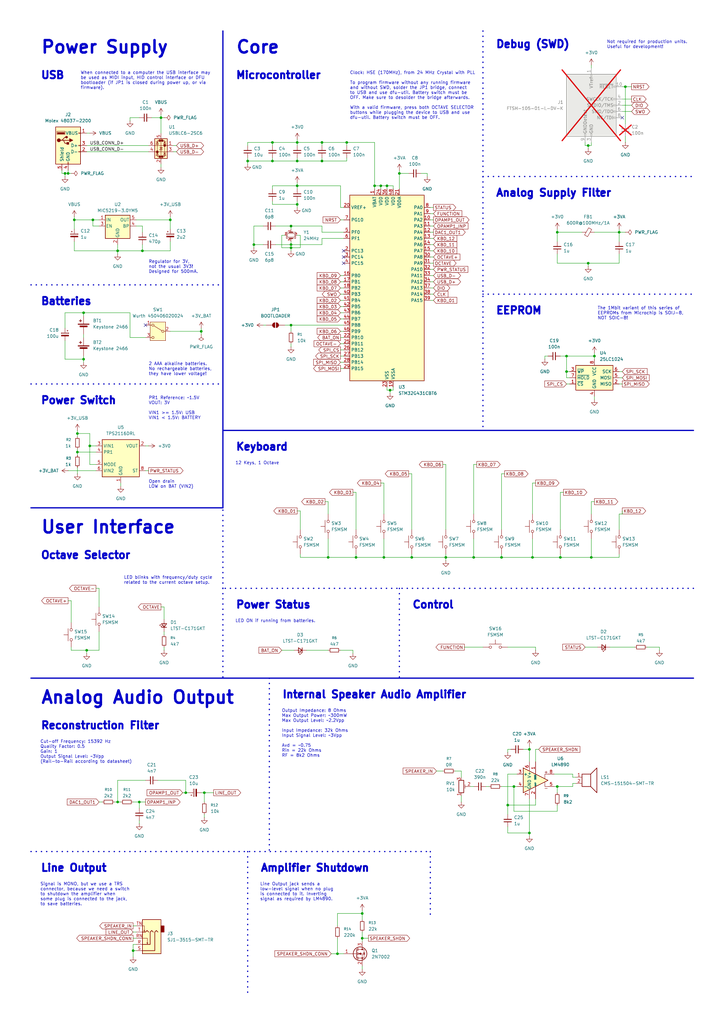
<source format=kicad_sch>
(kicad_sch (version 20250114) (generator "eeschema") (generator_version "9.0")
  (paper "A3" portrait)
  (title_block (title "business-card-synth") (date "2025-08-20") (rev "20250820") (comment 3 "Released under CERN Open Hardware Licence Version 2 - Strongly Reciprocal") (comment 4 "Designed by: Rafael G. Martins"))
  (text "Clock: HSE (170MHz), from 24 MHz Crystal with PLL\n\nTo program firmware without any running firmware\nand without SWD, solder the JP1 bridge, connect\nto USB and use dfu-util. Battery switch must be\nOFF. Make sure to desolder the bridge afterwards.\n\nWith a valid firmware, press both OCTAVE SELECTOR\nbuttons while plugging the device to USB and use\ndfu-util. Battery switch must be OFF." (at 143.51 29.21 0) (effects (font (size 1.27 1.27)) (justify left top)))
  (text "Power Status" (at 96.52 246.38 0) (effects (font (size 3.048 3.048) (thickness 1.016) (bold yes)) (justify left top)))
  (text "Internal Speaker Audio Amplifier" (at 115.57 283.21 0) (effects (font (size 3.048 3.048) (thickness 1.016) (bold yes)) (justify left top)))
  (text "Line Output" (at 16.51 354.33 0) (effects (font (size 3.048 3.048) (thickness 1.016) (bold yes)) (justify left top)))
  (text "2 AAA alkaline batteries.\nNo rechargeable batteries,\nthey have lower voltage!" (at 60.96 148.59 0) (effects (font (size 1.27 1.27)) (justify left top)))
  (text "Line Output jack sends a\nlow-level signal when no plug\nis connected to it. Inverting\nsignal as required by LM4890." (at 106.68 361.95 0) (effects (font (size 1.27 1.27)) (justify left top)))
  (text "Open drain\nLOW on BAT (VIN2)" (at 60.96 196.85 0) (effects (font (size 1.27 1.27)) (justify left top)))
  (text "Control" (at 168.91 246.38 0) (effects (font (size 3.048 3.048) (thickness 1.016) (bold yes)) (justify left top)))
  (text "Regulator for 3V,\nnot the usual 3V3!\nDesigned for 500mA." (at 60.96 106.68 0) (effects (font (size 1.27 1.27)) (justify left top)))
  (text "Analog Audio Output" (at 16.51 283.21 0) (effects (font (size 5.08 5.08) (thickness 1.016) (bold yes)) (justify left top)))
  (text "USB" (at 16.51 29.21 0) (effects (font (size 3.048 3.048) (thickness 1.016) (bold yes)) (justify left top)))
  (text "Signal is MONO, but we use a TRS\nconnector, because we need a switch\nto shutdown the amplifier when\nsome plug is connected to the jack,\nto save batteries." (at 16.51 361.95 0) (effects (font (size 1.27 1.27)) (justify left top)))
  (text "12 Keys, 1 Octave" (at 96.52 189.23 0) (effects (font (size 1.27 1.27)) (justify left top)))
  (text "PR1 Reference: ~1.5V\nVOUT: 3V\n\nVIN1 >= 1.5V: USB\nVIN1 < 1.5V: BATTERY" (at 60.96 162.56 0) (effects (font (size 1.27 1.27)) (justify left top)))
  (text "Microcontroller" (at 96.52 29.21 0) (effects (font (size 3.048 3.048) (thickness 1.016) (bold yes)) (justify left top)))
  (text "Analog Supply Filter" (at 203.2 77.47 0) (effects (font (size 3.048 3.048) (thickness 1.016) (bold yes)) (justify left top)))
  (text "When connected to a computer the USB interface may\nbe used as MIDI input, HID control interface or DFU\nbootloader (if JP1 is closed during power up, or via\nfirmware)." (at 33.02 29.21 0) (effects (font (size 1.27 1.27)) (justify left top)))
  (text "LED ON if running from batteries." (at 96.52 254 0) (effects (font (size 1.27 1.27)) (justify left top)))
  (text "Keyboard" (at 96.52 181.61 0) (effects (font (size 3.048 3.048) (thickness 1.016) (bold yes)) (justify left top)))
  (text "The 1Mbit variant of this series of\nEEPROMs from Microchip is SOIJ-8,\nNOT SOIC-8!" (at 245.11 125.73 0) (effects (font (size 1.27 1.27) (thickness 0.1588)) (justify left top)))
  (text "Debug (SWD)" (at 203.2 16.51 0) (effects (font (size 3.048 3.048) (thickness 1.016) (bold yes)) (justify left top)))
  (text "Power Supply" (at 16.51 16.51 0) (effects (font (size 5.08 5.08) (thickness 1.016) (bold yes)) (justify left top)))
  (text "EEPROM" (at 203.2 125.73 0) (effects (font (size 3.048 3.048) (thickness 1.016) (bold yes)) (justify left top)))
  (text "Batteries" (at 16.51 121.92 0) (effects (font (size 3.048 3.048) (thickness 1.016) (bold yes)) (justify left top)))
  (text "Octave Selector" (at 16.51 226.06 0) (effects (font (size 3.048 3.048) (thickness 1.016) (bold yes)) (justify left top)))
  (text "Cut-off Frequency: 15392 Hz\nQuality Factor: 0.5\nGain: 1\nOutput Signal Level: ~3Vpp\n(Rail-to-Rail according to datasheet)" (at 16.51 303.53 0) (effects (font (size 1.27 1.27)) (justify left top)))
  (text "User Interface" (at 16.51 213.36 0) (effects (font (size 5.08 5.08) (thickness 1.016) (bold yes)) (justify left top)))
  (text "Power Switch" (at 16.51 162.56 0) (effects (font (size 3.048 3.048) (thickness 1.016) (bold yes)) (justify left top)))
  (text "Output Impedance: 8 Ohms\nMax Output Power: ~300mW\nMax Output Level: ~2.2Vpp\n\nInput Impedance: 32k Ohms\nInput Signal Level: ~3Vpp\n\nAvd = ~0.75\nRin = 22k Ohms\nRF = 8k2 Ohms\n" (at 115.57 290.83 0) (effects (font (size 1.27 1.27)) (justify left top)))
  (text "Not required for production units.\nUseful for development!" (at 248.92 16.51 0) (effects (font (size 1.27 1.27)) (justify left top)))
  (text "Core" (at 96.52 16.51 0) (effects (font (size 5.08 5.08) (thickness 1.016) (bold yes)) (justify left top)))
  (text "Amplifier Shutdown" (at 106.68 354.33 0) (effects (font (size 3.048 3.048) (thickness 1.016) (bold yes)) (justify left top)))
  (text "Reconstruction Filter" (at 16.51 295.91 0) (effects (font (size 3.048 3.048) (thickness 1.016) (bold yes)) (justify left top)))
  (text "LED blinks with frequency/duty cycle\nrelated to the current octave setup." (at 50.8 236.22 0) (effects (font (size 1.27 1.27) (thickness 0.1588)) (justify left top)))
  (junction (at 228.6 95.25))
  (junction (at 160.02 160.02))
  (junction (at 134.62 228.6))
  (junction (at 31.75 177.8))
  (junction (at 132.08 58.42))
  (junction (at 242.57 228.6))
  (junction (at 210.82 322.58))
  (junction (at 119.38 100.33))
  (junction (at 228.6 322.58))
  (junction (at 254 95.25))
  (junction (at 26.67 71.12))
  (junction (at 82.55 135.89))
  (junction (at 232.41 152.4))
  (junction (at 111.76 66.04))
  (junction (at 76.2 325.12))
  (junction (at 156.21 76.2))
  (junction (at 119.38 133.35))
  (junction (at 48.26 328.93))
  (junction (at 241.3 59.69))
  (junction (at 146.05 228.6))
  (junction (at 208.28 330.2))
  (junction (at 217.17 307.34))
  (junction (at 36.83 182.88))
  (junction (at 163.83 71.12))
  (junction (at 243.84 146.05))
  (junction (at 101.6 66.04))
  (junction (at 158.75 76.2))
  (junction (at 57.15 328.93))
  (junction (at 83.82 325.12))
  (junction (at 35.56 266.7))
  (junction (at 153.67 76.2))
  (junction (at 121.92 58.42))
  (junction (at 182.88 228.6))
  (junction (at 168.91 228.6))
  (junction (at 27.94 71.12))
  (junction (at 121.92 76.2))
  (junction (at 34.29 128.27))
  (junction (at 121.92 83.82))
  (junction (at 229.87 228.6))
  (junction (at 54.61 389.89))
  (junction (at 111.76 58.42))
  (junction (at 256.54 35.56))
  (junction (at 58.42 102.87))
  (junction (at 119.38 92.71))
  (junction (at 104.14 100.33))
  (junction (at 48.26 102.87))
  (junction (at 217.17 341.63))
  (junction (at 205.74 228.6))
  (junction (at 69.85 90.17))
  (junction (at 241.3 107.95))
  (junction (at 148.59 374.65))
  (junction (at 148.59 384.81))
  (junction (at 218.44 228.6))
  (junction (at 138.43 391.16))
  (junction (at 132.08 66.04))
  (junction (at 142.24 58.42))
  (junction (at 194.31 228.6))
  (junction (at 232.41 146.05))
  (junction (at 119.38 101.6))
  (junction (at 157.48 228.6))
  (junction (at 34.29 147.32))
  (junction (at 66.04 48.26))
  (junction (at 31.75 185.42))
  (junction (at 38.1 90.17))
  (junction (at 30.48 90.17))
  (junction (at 121.92 66.04))
  (no_connect (at 140.97 107.95))
  (no_connect (at 140.97 105.41))
  (no_connect (at 255.27 48.26))
  (no_connect (at 140.97 102.87))
  (no_connect (at 59.69 133.35))
  (wire (pts (xy 58.42 102.87) (xy 48.26 102.87)))
  (wire (pts (xy 232.41 154.94) (xy 232.41 152.4)))
  (wire (pts (xy 123.19 101.6) (xy 119.38 101.6)))
  (wire (pts (xy 176.53 113.03) (xy 177.8 113.03)))
  (polyline (pts (xy 176.53 349.25) (xy 176.53 375.92)) (stroke (width 0.508) (type dot)))
  (wire (pts (xy 153.67 76.2) (xy 153.67 58.42)))
  (wire (pts (xy 27.94 246.38) (xy 29.21 246.38)))
  (wire (pts (xy 234.95 317.5) (xy 234.95 318.77)))
  (wire (pts (xy 158.75 77.47) (xy 158.75 76.2)))
  (wire (pts (xy 119.38 133.35) (xy 140.97 133.35)))
  (wire (pts (xy 119.38 140.97) (xy 119.38 142.24)))
  (wire (pts (xy 254 154.94) (xy 255.27 154.94)))
  (wire (pts (xy 243.84 146.05) (xy 243.84 147.32)))
  (wire (pts (xy 101.6 64.77) (xy 101.6 66.04)))
  (wire (pts (xy 139.7 135.89) (xy 140.97 135.89)))
  (wire (pts (xy 245.11 265.43) (xy 240.03 265.43)))
  (wire (pts (xy 189.23 318.77) (xy 189.23 316.23)))
  (wire (pts (xy 205.74 322.58) (xy 210.82 322.58)))
  (wire (pts (xy 69.85 90.17) (xy 69.85 93.98)))
  (wire (pts (xy 121.92 58.42) (xy 121.92 59.69)))
  (polyline (pts (xy 110.49 278.13) (xy 110.49 349.25)) (stroke (width 0.508) (type dot)))
  (wire (pts (xy 34.29 147.32) (xy 34.29 148.59)))
  (wire (pts (xy 142.24 64.77) (xy 142.24 66.04)))
  (wire (pts (xy 58.42 95.25) (xy 58.42 92.71)))
  (wire (pts (xy 48.26 328.93) (xy 49.53 328.93)))
  (wire (pts (xy 199.39 322.58) (xy 200.66 322.58)))
  (wire (pts (xy 132.08 92.71) (xy 119.38 92.71)))
  (wire (pts (xy 254 93.98) (xy 254 95.25)))
  (wire (pts (xy 241.3 107.95) (xy 254 107.95)))
  (wire (pts (xy 35.56 266.7) (xy 35.56 267.97)))
  (polyline (pts (xy 12.7 349.25) (xy 176.53 349.25)) (stroke (width 0.508) (type dot)))
  (wire (pts (xy 219.71 307.34) (xy 219.71 312.42)))
  (wire (pts (xy 135.89 391.16) (xy 138.43 391.16)))
  (wire (pts (xy 66.04 48.26) (xy 67.31 48.26)))
  (wire (pts (xy 181.61 190.5) (xy 182.88 190.5)))
  (wire (pts (xy 243.84 95.25) (xy 254 95.25)))
  (wire (pts (xy 223.52 146.05) (xy 224.79 146.05)))
  (wire (pts (xy 123.19 96.52) (xy 123.19 101.6)))
  (wire (pts (xy 59.69 138.43) (xy 53.34 138.43)))
  (wire (pts (xy 34.29 137.16) (xy 34.29 138.43)))
  (wire (pts (xy 139.7 146.05) (xy 140.97 146.05)))
  (wire (pts (xy 153.67 77.47) (xy 153.67 76.2)))
  (wire (pts (xy 39.37 241.3) (xy 40.64 241.3)))
  (wire (pts (xy 132.08 64.77) (xy 132.08 66.04)))
  (wire (pts (xy 38.1 90.17) (xy 40.64 90.17)))
  (wire (pts (xy 26.67 134.62) (xy 26.67 128.27)))
  (wire (pts (xy 119.38 100.33) (xy 119.38 99.06)))
  (wire (pts (xy 232.41 152.4) (xy 233.68 152.4)))
  (wire (pts (xy 139.7 90.17) (xy 140.97 90.17)))
  (wire (pts (xy 139.7 123.19) (xy 140.97 123.19)))
  (wire (pts (xy 46.99 328.93) (xy 48.26 328.93)))
  (wire (pts (xy 31.75 179.07) (xy 31.75 177.8)))
  (wire (pts (xy 232.41 152.4) (xy 232.41 146.05)))
  (wire (pts (xy 138.43 391.16) (xy 140.97 391.16)))
  (wire (pts (xy 139.7 266.7) (xy 144.78 266.7)))
  (wire (pts (xy 228.6 99.06) (xy 228.6 95.25)))
  (wire (pts (xy 119.38 135.89) (xy 119.38 133.35)))
  (wire (pts (xy 144.78 267.97) (xy 144.78 266.7)))
  (wire (pts (xy 153.67 58.42) (xy 142.24 58.42)))
  (wire (pts (xy 111.76 58.42) (xy 111.76 59.69)))
  (wire (pts (xy 26.67 147.32) (xy 34.29 147.32)))
  (wire (pts (xy 254 107.95) (xy 254 104.14)))
  (wire (pts (xy 176.53 120.65) (xy 177.8 120.65)))
  (wire (pts (xy 210.82 332.74) (xy 210.82 322.58)))
  (wire (pts (xy 168.91 194.31) (xy 168.91 217.17)))
  (wire (pts (xy 58.42 92.71) (xy 55.88 92.71)))
  (wire (pts (xy 217.17 327.66) (xy 217.17 341.63)))
  (wire (pts (xy 190.5 265.43) (xy 198.12 265.43)))
  (wire (pts (xy 30.48 102.87) (xy 48.26 102.87)))
  (wire (pts (xy 116.84 133.35) (xy 119.38 133.35)))
  (wire (pts (xy 66.04 48.26) (xy 66.04 54.61)))
  (wire (pts (xy 208.28 317.5) (xy 208.28 330.2)))
  (wire (pts (xy 254 157.48) (xy 255.27 157.48)))
  (wire (pts (xy 168.91 228.6) (xy 182.88 228.6)))
  (wire (pts (xy 255.27 210.82) (xy 254 210.82)))
  (wire (pts (xy 207.01 194.31) (xy 205.74 194.31)))
  (wire (pts (xy 82.55 134.62) (xy 82.55 135.89)))
  (wire (pts (xy 121.92 57.15) (xy 121.92 58.42)))
  (wire (pts (xy 218.44 198.12) (xy 218.44 210.82)))
  (wire (pts (xy 158.75 76.2) (xy 156.21 76.2)))
  (wire (pts (xy 161.29 77.47) (xy 161.29 76.2)))
  (wire (pts (xy 208.28 307.34) (xy 209.55 307.34)))
  (wire (pts (xy 232.41 146.05) (xy 243.84 146.05)))
  (wire (pts (xy 259.08 35.56) (xy 256.54 35.56)))
  (wire (pts (xy 254 210.82) (xy 254 217.17)))
  (wire (pts (xy 231.14 201.93) (xy 229.87 201.93)))
  (wire (pts (xy 176.53 85.09) (xy 177.8 85.09)))
  (wire (pts (xy 139.7 85.09) (xy 140.97 85.09)))
  (wire (pts (xy 101.6 66.04) (xy 101.6 67.31)))
  (wire (pts (xy 208.28 334.01) (xy 208.28 330.2)))
  (wire (pts (xy 26.67 139.7) (xy 26.67 147.32)))
  (wire (pts (xy 104.14 101.6) (xy 104.14 100.33)))
  (wire (pts (xy 219.71 265.43) (xy 208.28 265.43)))
  (wire (pts (xy 54.61 328.93) (xy 57.15 328.93)))
  (polyline (pts (xy 198.12 72.39) (xy 284.48 72.39)) (stroke (width 0.508) (type dot)))
  (wire (pts (xy 182.88 227.33) (xy 182.88 228.6)))
  (polyline (pts (xy 91.44 176.53) (xy 284.48 176.53)) (stroke (width 0.508) (type solid)))
  (wire (pts (xy 194.31 228.6) (xy 205.74 228.6)))
  (wire (pts (xy 254 95.25) (xy 256.54 95.25)))
  (wire (pts (xy 48.26 102.87) (xy 48.26 104.14)))
  (wire (pts (xy 148.59 396.24) (xy 148.59 397.51)))
  (polyline (pts (xy 91.44 12.7) (xy 91.44 208.28)) (stroke (width 0.508) (type solid)))
  (wire (pts (xy 148.59 384.81) (xy 151.13 384.81)))
  (wire (pts (xy 205.74 228.6) (xy 218.44 228.6)))
  (wire (pts (xy 142.24 58.42) (xy 132.08 58.42)))
  (wire (pts (xy 242.57 228.6) (xy 254 228.6)))
  (wire (pts (xy 163.83 69.85) (xy 163.83 71.12)))
  (wire (pts (xy 228.6 107.95) (xy 241.3 107.95)))
  (polyline (pts (xy 12.7 157.48) (xy 91.44 157.48)) (stroke (width 0.508) (type dot)))
  (wire (pts (xy 176.53 110.49) (xy 177.8 110.49)))
  (wire (pts (xy 54.61 382.27) (xy 55.88 382.27)))
  (wire (pts (xy 175.26 71.12) (xy 172.72 71.12)))
  (wire (pts (xy 163.83 71.12) (xy 163.83 77.47)))
  (polyline (pts (xy 91.44 241.3) (xy 91.44 279.4)) (stroke (width 0.508) (type dot)))
  (wire (pts (xy 121.92 96.52) (xy 123.19 96.52)))
  (wire (pts (xy 217.17 307.34) (xy 217.17 312.42)))
  (wire (pts (xy 111.76 64.77) (xy 111.76 66.04)))
  (wire (pts (xy 40.64 241.3) (xy 40.64 248.92)))
  (wire (pts (xy 54.61 389.89) (xy 55.88 389.89)))
  (wire (pts (xy 53.34 138.43) (xy 53.34 128.27)))
  (wire (pts (xy 148.59 382.27) (xy 148.59 384.81)))
  (wire (pts (xy 156.21 77.47) (xy 156.21 76.2)))
  (wire (pts (xy 142.24 58.42) (xy 142.24 59.69)))
  (wire (pts (xy 40.64 259.08) (xy 40.64 266.7)))
  (wire (pts (xy 121.92 76.2) (xy 121.92 77.47)))
  (wire (pts (xy 53.34 128.27) (xy 34.29 128.27)))
  (wire (pts (xy 156.21 198.12) (xy 157.48 198.12)))
  (wire (pts (xy 234.95 318.77) (xy 236.22 318.77)))
  (wire (pts (xy 232.41 157.48) (xy 233.68 157.48)))
  (wire (pts (xy 82.55 135.89) (xy 82.55 137.16)))
  (wire (pts (xy 157.48 220.98) (xy 157.48 228.6)))
  (wire (pts (xy 40.64 92.71) (xy 38.1 92.71)))
  (wire (pts (xy 229.87 227.33) (xy 229.87 228.6)))
  (wire (pts (xy 121.92 64.77) (xy 121.92 66.04)))
  (wire (pts (xy 101.6 58.42) (xy 111.76 58.42)))
  (wire (pts (xy 57.15 328.93) (xy 57.15 331.47)))
  (wire (pts (xy 35.56 59.69) (xy 60.96 59.69)))
  (wire (pts (xy 228.6 95.25) (xy 238.76 95.25)))
  (wire (pts (xy 48.26 100.33) (xy 48.26 102.87)))
  (wire (pts (xy 111.76 76.2) (xy 121.92 76.2)))
  (wire (pts (xy 111.76 66.04) (xy 121.92 66.04)))
  (wire (pts (xy 158.75 158.75) (xy 158.75 160.02)))
  (polyline (pts (xy 198.12 120.65) (xy 284.48 120.65)) (stroke (width 0.508) (type dot)))
  (wire (pts (xy 30.48 99.06) (xy 30.48 102.87)))
  (wire (pts (xy 132.08 58.42) (xy 132.08 59.69)))
  (wire (pts (xy 60.96 182.88) (xy 59.69 182.88)))
  (wire (pts (xy 69.85 102.87) (xy 58.42 102.87)))
  (wire (pts (xy 176.53 118.11) (xy 177.8 118.11)))
  (wire (pts (xy 116.84 96.52) (xy 115.57 96.52)))
  (wire (pts (xy 176.53 100.33) (xy 177.8 100.33)))
  (wire (pts (xy 74.93 325.12) (xy 76.2 325.12)))
  (wire (pts (xy 54.61 384.81) (xy 55.88 384.81)))
  (wire (pts (xy 40.64 328.93) (xy 41.91 328.93)))
  (wire (pts (xy 182.88 228.6) (xy 194.31 228.6)))
  (wire (pts (xy 255.27 43.18) (xy 259.08 43.18)))
  (wire (pts (xy 30.48 90.17) (xy 38.1 90.17)))
  (polyline (pts (xy 101.6 349.25) (xy 101.6 407.67)) (stroke (width 0.508) (type dot)))
  (wire (pts (xy 57.15 328.93) (xy 59.69 328.93)))
  (wire (pts (xy 144.78 201.93) (xy 146.05 201.93)))
  (wire (pts (xy 176.53 115.57) (xy 177.8 115.57)))
  (wire (pts (xy 146.05 228.6) (xy 157.48 228.6)))
  (wire (pts (xy 83.82 325.12) (xy 87.63 325.12)))
  (wire (pts (xy 30.48 88.9) (xy 30.48 90.17)))
  (wire (pts (xy 270.51 265.43) (xy 265.43 265.43)))
  (wire (pts (xy 25.4 71.12) (xy 26.67 71.12)))
  (wire (pts (xy 58.42 100.33) (xy 58.42 102.87)))
  (wire (pts (xy 210.82 322.58) (xy 212.09 322.58)))
  (wire (pts (xy 179.07 316.23) (xy 181.61 316.23)))
  (wire (pts (xy 153.67 76.2) (xy 156.21 76.2)))
  (wire (pts (xy 29.21 266.7) (xy 35.56 266.7)))
  (wire (pts (xy 223.52 147.32) (xy 223.52 146.05)))
  (wire (pts (xy 139.7 130.81) (xy 140.97 130.81)))
  (wire (pts (xy 36.83 182.88) (xy 36.83 190.5)))
  (wire (pts (xy 83.82 334.01) (xy 83.82 335.28)))
  (wire (pts (xy 26.67 71.12) (xy 27.94 71.12)))
  (wire (pts (xy 205.74 194.31) (xy 205.74 217.17)))
  (wire (pts (xy 132.08 97.79) (xy 140.97 97.79)))
  (wire (pts (xy 132.08 100.33) (xy 119.38 100.33)))
  (wire (pts (xy 76.2 320.04) (xy 76.2 325.12)))
  (wire (pts (xy 176.53 92.71) (xy 177.8 92.71)))
  (wire (pts (xy 243.84 144.78) (xy 243.84 146.05)))
  (wire (pts (xy 227.33 322.58) (xy 228.6 322.58)))
  (wire (pts (xy 111.76 77.47) (xy 111.76 76.2)))
  (wire (pts (xy 59.69 193.04) (xy 60.96 193.04)))
  (wire (pts (xy 161.29 76.2) (xy 158.75 76.2)))
  (wire (pts (xy 139.7 76.2) (xy 139.7 85.09)))
  (polyline (pts (xy 91.44 241.3) (xy 91.44 208.28)) (stroke (width 0.508) (type dot)))
  (wire (pts (xy 195.58 190.5) (xy 194.31 190.5)))
  (wire (pts (xy 121.92 76.2) (xy 139.7 76.2)))
  (wire (pts (xy 208.28 341.63) (xy 217.17 341.63)))
  (wire (pts (xy 255.27 45.72) (xy 259.08 45.72)))
  (wire (pts (xy 241.3 59.69) (xy 241.3 60.96)))
  (wire (pts (xy 25.4 69.85) (xy 25.4 71.12)))
  (wire (pts (xy 31.75 191.77) (xy 31.75 194.31)))
  (wire (pts (xy 218.44 228.6) (xy 229.87 228.6)))
  (wire (pts (xy 160.02 160.02) (xy 161.29 160.02)))
  (wire (pts (xy 38.1 92.71) (xy 38.1 90.17)))
  (wire (pts (xy 139.7 151.13) (xy 140.97 151.13)))
  (wire (pts (xy 26.67 71.12) (xy 26.67 72.39)))
  (wire (pts (xy 49.53 198.12) (xy 49.53 199.39)))
  (wire (pts (xy 67.31 265.43) (xy 67.31 266.7)))
  (wire (pts (xy 132.08 58.42) (xy 121.92 58.42)))
  (wire (pts (xy 176.53 95.25) (xy 177.8 95.25)))
  (wire (pts (xy 35.56 54.61) (xy 36.83 54.61)))
  (wire (pts (xy 176.53 97.79) (xy 177.8 97.79)))
  (wire (pts (xy 69.85 99.06) (xy 69.85 102.87)))
  (wire (pts (xy 27.94 193.04) (xy 39.37 193.04)))
  (wire (pts (xy 146.05 201.93) (xy 146.05 217.17)))
  (wire (pts (xy 132.08 95.25) (xy 140.97 95.25)))
  (wire (pts (xy 111.76 83.82) (xy 121.92 83.82)))
  (wire (pts (xy 134.62 228.6) (xy 146.05 228.6)))
  (polyline (pts (xy 91.44 208.28) (xy 12.7 208.28)) (stroke (width 0.508) (type solid)))
  (wire (pts (xy 254 227.33) (xy 254 228.6)))
  (wire (pts (xy 31.75 176.53) (xy 31.75 177.8)))
  (wire (pts (xy 139.7 140.97) (xy 140.97 140.97)))
  (polyline (pts (xy 12.7 278.13) (xy 284.48 278.13)) (stroke (width 0.508) (type solid)))
  (wire (pts (xy 36.83 177.8) (xy 36.83 182.88)))
  (wire (pts (xy 182.88 228.6) (xy 182.88 229.87)))
  (wire (pts (xy 31.75 184.15) (xy 31.75 185.42)))
  (wire (pts (xy 256.54 55.88) (xy 256.54 58.42)))
  (wire (pts (xy 242.57 26.67) (xy 242.57 27.94)))
  (wire (pts (xy 121.92 209.55) (xy 123.19 209.55)))
  (wire (pts (xy 214.63 307.34) (xy 217.17 307.34)))
  (wire (pts (xy 31.75 177.8) (xy 36.83 177.8)))
  (wire (pts (xy 139.7 118.11) (xy 140.97 118.11)))
  (wire (pts (xy 31.75 185.42) (xy 39.37 185.42)))
  (wire (pts (xy 241.3 109.22) (xy 241.3 107.95)))
  (wire (pts (xy 115.57 266.7) (xy 120.65 266.7)))
  (wire (pts (xy 111.76 58.42) (xy 121.92 58.42)))
  (wire (pts (xy 167.64 194.31) (xy 168.91 194.31)))
  (wire (pts (xy 83.82 325.12) (xy 83.82 328.93)))
  (wire (pts (xy 67.31 248.92) (xy 66.04 248.92)))
  (wire (pts (xy 53.34 48.26) (xy 57.15 48.26)))
  (wire (pts (xy 219.71 307.34) (xy 220.98 307.34)))
  (wire (pts (xy 219.71 265.43) (xy 219.71 266.7)))
  (wire (pts (xy 36.83 182.88) (xy 39.37 182.88)))
  (wire (pts (xy 139.7 138.43) (xy 140.97 138.43)))
  (wire (pts (xy 234.95 322.58) (xy 234.95 321.31)))
  (wire (pts (xy 121.92 82.55) (xy 121.92 83.82)))
  (wire (pts (xy 53.34 48.26) (xy 53.34 49.53)))
  (wire (pts (xy 157.48 198.12) (xy 157.48 210.82)))
  (wire (pts (xy 176.53 123.19) (xy 177.8 123.19)))
  (wire (pts (xy 138.43 374.65) (xy 148.59 374.65)))
  (wire (pts (xy 205.74 227.33) (xy 205.74 228.6)))
  (wire (pts (xy 208.28 307.34) (xy 208.28 308.61)))
  (wire (pts (xy 240.03 59.69) (xy 241.3 59.69)))
  (wire (pts (xy 229.87 228.6) (xy 242.57 228.6)))
  (wire (pts (xy 138.43 379.73) (xy 138.43 374.65)))
  (wire (pts (xy 242.57 205.74) (xy 242.57 210.82)))
  (wire (pts (xy 101.6 66.04) (xy 111.76 66.04)))
  (wire (pts (xy 148.59 384.81) (xy 148.59 386.08)))
  (wire (pts (xy 176.53 107.95) (xy 177.8 107.95)))
  (wire (pts (xy 227.33 317.5) (xy 234.95 317.5)))
  (wire (pts (xy 229.87 201.93) (xy 229.87 217.17)))
  (wire (pts (xy 34.29 128.27) (xy 34.29 129.54)))
  (wire (pts (xy 66.04 67.31) (xy 66.04 68.58)))
  (wire (pts (xy 55.88 387.35) (xy 54.61 387.35)))
  (wire (pts (xy 34.29 146.05) (xy 34.29 147.32)))
  (wire (pts (xy 66.04 46.99) (xy 66.04 48.26)))
  (wire (pts (xy 54.61 387.35) (xy 54.61 389.89)))
  (wire (pts (xy 104.14 92.71) (xy 107.95 92.71)))
  (wire (pts (xy 193.04 322.58) (xy 194.31 322.58)))
  (wire (pts (xy 146.05 227.33) (xy 146.05 228.6)))
  (wire (pts (xy 242.57 58.42) (xy 242.57 59.69)))
  (wire (pts (xy 29.21 246.38) (xy 29.21 255.27)))
  (wire (pts (xy 228.6 104.14) (xy 228.6 107.95)))
  (wire (pts (xy 243.84 205.74) (xy 242.57 205.74)))
  (wire (pts (xy 254 152.4) (xy 255.27 152.4)))
  (wire (pts (xy 270.51 266.7) (xy 270.51 265.43)))
  (wire (pts (xy 228.6 93.98) (xy 228.6 95.25)))
  (wire (pts (xy 168.91 227.33) (xy 168.91 228.6)))
  (wire (pts (xy 219.71 327.66) (xy 219.71 330.2)))
  (wire (pts (xy 101.6 59.69) (xy 101.6 58.42)))
  (wire (pts (xy 255.27 209.55) (xy 255.27 210.82)))
  (wire (pts (xy 62.23 48.26) (xy 66.04 48.26)))
  (wire (pts (xy 254 95.25) (xy 254 99.06)))
  (wire (pts (xy 111.76 82.55) (xy 111.76 83.82)))
  (wire (pts (xy 115.57 96.52) (xy 115.57 101.6)))
  (wire (pts (xy 132.08 66.04) (xy 142.24 66.04)))
  (wire (pts (xy 176.53 90.17) (xy 177.8 90.17)))
  (wire (pts (xy 242.57 220.98) (xy 242.57 228.6)))
  (wire (pts (xy 35.56 62.23) (xy 60.96 62.23)))
  (wire (pts (xy 194.31 220.98) (xy 194.31 228.6)))
  (wire (pts (xy 139.7 120.65) (xy 140.97 120.65)))
  (wire (pts (xy 148.59 374.65) (xy 148.59 377.19)))
  (wire (pts (xy 29.21 265.43) (xy 29.21 266.7)))
  (wire (pts (xy 67.31 259.08) (xy 67.31 260.35)))
  (polyline (pts (xy 284.48 241.3) (xy 91.44 241.3)) (stroke (width 0.508) (type dot)))
  (wire (pts (xy 55.88 90.17) (xy 69.85 90.17)))
  (wire (pts (xy 57.15 336.55) (xy 57.15 337.82)))
  (wire (pts (xy 104.14 100.33) (xy 107.95 100.33)))
  (wire (pts (xy 132.08 97.79) (xy 132.08 100.33)))
  (wire (pts (xy 123.19 209.55) (xy 123.19 217.17)))
  (wire (pts (xy 240.03 58.42) (xy 240.03 59.69)))
  (wire (pts (xy 194.31 190.5) (xy 194.31 210.82)))
  (wire (pts (xy 139.7 115.57) (xy 140.97 115.57)))
  (wire (pts (xy 158.75 160.02) (xy 160.02 160.02)))
  (wire (pts (xy 228.6 332.74) (xy 210.82 332.74)))
  (wire (pts (xy 256.54 35.56) (xy 255.27 35.56)))
  (wire (pts (xy 160.02 160.02) (xy 160.02 161.29)))
  (wire (pts (xy 234.95 321.31) (xy 236.22 321.31)))
  (wire (pts (xy 228.6 322.58) (xy 234.95 322.58)))
  (wire (pts (xy 217.17 341.63) (xy 217.17 342.9)))
  (wire (pts (xy 219.71 198.12) (xy 218.44 198.12)))
  (wire (pts (xy 115.57 101.6) (xy 119.38 101.6)))
  (wire (pts (xy 30.48 90.17) (xy 30.48 93.98)))
  (wire (pts (xy 121.92 66.04) (xy 132.08 66.04)))
  (wire (pts (xy 69.85 88.9) (xy 69.85 90.17)))
  (wire (pts (xy 233.68 154.94) (xy 232.41 154.94)))
  (wire (pts (xy 121.92 83.82) (xy 121.92 85.09)))
  (wire (pts (xy 104.14 100.33) (xy 104.14 92.71)))
  (wire (pts (xy 26.67 128.27) (xy 34.29 128.27)))
  (wire (pts (xy 250.19 265.43) (xy 260.35 265.43)))
  (wire (pts (xy 113.03 92.71) (xy 119.38 92.71)))
  (wire (pts (xy 123.19 227.33) (xy 123.19 228.6)))
  (wire (pts (xy 109.22 133.35) (xy 107.95 133.35)))
  (wire (pts (xy 256.54 35.56) (xy 256.54 50.8)))
  (wire (pts (xy 119.38 92.71) (xy 119.38 93.98)))
  (wire (pts (xy 139.7 128.27) (xy 140.97 128.27)))
  (wire (pts (xy 134.62 220.98) (xy 134.62 228.6)))
  (wire (pts (xy 139.7 125.73) (xy 140.97 125.73)))
  (wire (pts (xy 71.12 59.69) (xy 72.39 59.69)))
  (wire (pts (xy 182.88 190.5) (xy 182.88 217.17)))
  (wire (pts (xy 218.44 220.98) (xy 218.44 228.6)))
  (wire (pts (xy 123.19 228.6) (xy 134.62 228.6)))
  (wire (pts (xy 27.94 71.12) (xy 29.21 71.12)))
  (wire (pts (xy 161.29 160.02) (xy 161.29 158.75)))
  (wire (pts (xy 134.62 205.74) (xy 133.35 205.74)))
  (wire (pts (xy 175.26 72.39) (xy 175.26 71.12)))
  (wire (pts (xy 113.03 100.33) (xy 119.38 100.33)))
  (polyline (pts (xy 163.83 241.3) (xy 163.83 278.13)) (stroke (width 0.508) (type dot)))
  (wire (pts (xy 139.7 148.59) (xy 140.97 148.59)))
  (wire (pts (xy 157.48 228.6) (xy 168.91 228.6)))
  (wire (pts (xy 148.59 373.38) (xy 148.59 374.65)))
  (wire (pts (xy 208.28 317.5) (xy 212.09 317.5)))
  (wire (pts (xy 217.17 306.07) (xy 217.17 307.34)))
  (wire (pts (xy 228.6 322.58) (xy 228.6 325.12)))
  (wire (pts (xy 27.94 71.12) (xy 27.94 69.85)))
  (wire (pts (xy 31.75 185.42) (xy 31.75 186.69)))
  (wire (pts (xy 67.31 254) (xy 67.31 248.92)))
  (wire (pts (xy 139.7 143.51) (xy 140.97 143.51)))
  (wire (pts (xy 54.61 392.43) (xy 54.61 389.89)))
  (wire (pts (xy 228.6 330.2) (xy 228.6 332.74)))
  (wire (pts (xy 176.53 87.63) (xy 177.8 87.63)))
  (wire (pts (xy 208.28 330.2) (xy 219.71 330.2)))
  (wire (pts (xy 35.56 266.7) (xy 40.64 266.7)))
  (wire (pts (xy 48.26 320.04) (xy 48.26 328.93)))
  (polyline (pts (xy 198.12 12.7) (xy 198.12 176.53)) (stroke (width 0.508) (type dot)))
  (wire (pts (xy 138.43 384.81) (xy 138.43 391.16)))
  (wire (pts (xy 134.62 205.74) (xy 134.62 210.82)))
  (wire (pts (xy 125.73 266.7) (xy 134.62 266.7)))
  (wire (pts (xy 132.08 95.25) (xy 132.08 92.71)))
  (wire (pts (xy 69.85 135.89) (xy 82.55 135.89)))
  (wire (pts (xy 119.38 101.6) (xy 119.38 102.87)))
  (wire (pts (xy 121.92 74.93) (xy 121.92 76.2)))
  (wire (pts (xy 176.53 105.41) (xy 177.8 105.41)))
  (wire (pts (xy 64.77 320.04) (xy 76.2 320.04)))
  (wire (pts (xy 54.61 379.73) (xy 55.88 379.73)))
  (wire (pts (xy 232.41 146.05) (xy 229.87 146.05)))
  (wire (pts (xy 82.55 325.12) (xy 83.82 325.12)))
  (wire (pts (xy 189.23 326.39) (xy 189.23 328.93)))
  (wire (pts (xy 255.27 40.64) (xy 259.08 40.64)))
  (wire (pts (xy 36.83 190.5) (xy 39.37 190.5)))
  (wire (pts (xy 243.84 162.56) (xy 243.84 163.83)))
  (wire (pts (xy 208.28 339.09) (xy 208.28 341.63)))
  (wire (pts (xy 163.83 71.12) (xy 167.64 71.12)))
  (wire (pts (xy 241.3 59.69) (xy 242.57 59.69)))
  (polyline (pts (xy 12.7 116.84) (xy 91.44 116.84)) (stroke (width 0.508) (type dot)))
  (wire (pts (xy 76.2 325.12) (xy 77.47 325.12)))
  (wire (pts (xy 139.7 113.03) (xy 140.97 113.03)))
  (wire (pts (xy 71.12 62.23) (xy 72.39 62.23)))
  (wire (pts (xy 59.69 320.04) (xy 48.26 320.04)))
  (wire (pts (xy 186.69 316.23) (xy 189.23 316.23)))
  (wire (pts (xy 176.53 102.87) (xy 177.8 102.87)))
  (label "USB_CONN_D+" (at 36.83 59.69 0))
  (label "USB_CONN_D-" (at 36.83 62.23 0))
  (global_label "SPEAKER_SHDN" (shape output) (at 151.13 384.81 0) (property "Intersheetrefs" "${INTERSHEET_REFS}" (effects (hide yes))))
  (global_label "DAC1_OUT1" (shape input) (at 40.64 328.93 180) (property "Intersheetrefs" "${INTERSHEET_REFS}" (effects (hide yes))))
  (global_label "STATUS" (shape input) (at 240.03 265.43 180) (property "Intersheetrefs" "${INTERSHEET_REFS}" (effects (hide yes))))
  (global_label "SPI_CS" (shape input) (at 232.41 157.48 180) (property "Intersheetrefs" "${INTERSHEET_REFS}" (effects (hide yes))))
  (global_label "SPI_SCK" (shape output) (at 139.7 146.05 180) (property "Intersheetrefs" "${INTERSHEET_REFS}" (effects (hide yes))))
  (global_label "KBD_09" (shape input) (at 139.7 113.03 180) (property "Intersheetrefs" "${INTERSHEET_REFS}" (effects (hide yes))))
  (global_label "KBD_09" (shape output) (at 219.71 198.12 0) (property "Intersheetrefs" "${INTERSHEET_REFS}" (effects (hide yes))))
  (global_label "OPAMP1_INP" (shape output) (at 59.69 328.93 0) (property "Intersheetrefs" "${INTERSHEET_REFS}" (effects (hide yes))))
  (global_label "KBD_02" (shape input) (at 139.7 123.19 180) (property "Intersheetrefs" "${INTERSHEET_REFS}" (effects (hide yes))))
  (global_label "SPI_MISO" (shape output) (at 255.27 157.48 0) (property "Intersheetrefs" "${INTERSHEET_REFS}" (effects (hide yes))))
  (global_label "SPEAKER_SHDN_CONN" (shape output) (at 54.61 384.81 180) (property "Intersheetrefs" "${INTERSHEET_REFS}" (effects (hide yes))))
  (global_label "OCTAVE+" (shape input) (at 177.8 105.41 0) (property "Intersheetrefs" "${INTERSHEET_REFS}" (effects (hide yes))))
  (global_label "KBD_10" (shape output) (at 231.14 201.93 0) (property "Intersheetrefs" "${INTERSHEET_REFS}" (effects (hide yes))))
  (global_label "OCTAVE-" (shape output) (at 39.37 241.3 180) (property "Intersheetrefs" "${INTERSHEET_REFS}" (effects (hide yes))))
  (global_label "OCTAVE" (shape output) (at 66.04 248.92 180) (property "Intersheetrefs" "${INTERSHEET_REFS}" (effects (hide yes))))
  (global_label "SPEAKER_SHDN" (shape input) (at 220.98 307.34 0) (property "Intersheetrefs" "${INTERSHEET_REFS}" (effects (hide yes))))
  (global_label "USB_D+" (shape bidirectional) (at 177.8 115.57 0) (property "Intersheetrefs" "${INTERSHEET_REFS}" (effects (hide yes))))
  (global_label "KBD_07" (shape input) (at 139.7 118.11 180) (property "Intersheetrefs" "${INTERSHEET_REFS}" (effects (hide yes))))
  (global_label "SPI_SCK" (shape input) (at 255.27 152.4 0) (property "Intersheetrefs" "${INTERSHEET_REFS}" (effects (hide yes))))
  (global_label "KBD_11" (shape input) (at 177.8 100.33 0) (property "Intersheetrefs" "${INTERSHEET_REFS}" (effects (hide yes))))
  (global_label "KBD_03" (shape output) (at 144.78 201.93 180) (property "Intersheetrefs" "${INTERSHEET_REFS}" (effects (hide yes))))
  (global_label "NRST" (shape output) (at 259.08 35.56 0) (property "Intersheetrefs" "${INTERSHEET_REFS}" (effects (hide yes))))
  (global_label "OPAMP1_OUT" (shape output) (at 177.8 90.17 0) (property "Intersheetrefs" "${INTERSHEET_REFS}" (effects (hide yes))))
  (global_label "BAT_ON" (shape output) (at 139.7 138.43 180) (property "Intersheetrefs" "${INTERSHEET_REFS}" (effects (hide yes))))
  (global_label "SPEAKER_IN" (shape input) (at 179.07 316.23 180) (property "Intersheetrefs" "${INTERSHEET_REFS}" (effects (hide yes))))
  (global_label "OCTAVE-" (shape input) (at 139.7 140.97 180) (property "Intersheetrefs" "${INTERSHEET_REFS}" (effects (hide yes))))
  (global_label "KBD_04" (shape output) (at 156.21 198.12 180) (property "Intersheetrefs" "${INTERSHEET_REFS}" (effects (hide yes))))
  (global_label "KBD_02" (shape output) (at 133.35 205.74 180) (property "Intersheetrefs" "${INTERSHEET_REFS}" (effects (hide yes))))
  (global_label "KBD_05" (shape input) (at 139.7 130.81 180) (property "Intersheetrefs" "${INTERSHEET_REFS}" (effects (hide yes))))
  (global_label "KBD_01" (shape input) (at 177.8 123.19 0) (property "Intersheetrefs" "${INTERSHEET_REFS}" (effects (hide yes))))
  (global_label "SPI_MISO" (shape input) (at 139.7 148.59 180) (property "Intersheetrefs" "${INTERSHEET_REFS}" (effects (hide yes))))
  (global_label "OPAMP1_OUT" (shape input) (at 74.93 325.12 180) (property "Intersheetrefs" "${INTERSHEET_REFS}" (effects (hide yes))))
  (global_label "KBD_11" (shape output) (at 243.84 205.74 0) (property "Intersheetrefs" "${INTERSHEET_REFS}" (effects (hide yes))))
  (global_label "KBD_01" (shape output) (at 121.92 209.55 180) (property "Intersheetrefs" "${INTERSHEET_REFS}" (effects (hide yes))))
  (global_label "USB_D-" (shape bidirectional) (at 72.39 62.23 0) (property "Intersheetrefs" "${INTERSHEET_REFS}" (effects (hide yes))))
  (global_label "LINE_OUT" (shape input) (at 54.61 382.27 180) (property "Intersheetrefs" "${INTERSHEET_REFS}" (effects (hide yes))))
  (global_label "OCTAVE+" (shape output) (at 27.94 246.38 180) (property "Intersheetrefs" "${INTERSHEET_REFS}" (effects (hide yes))))
  (global_label "FUNCTION" (shape output) (at 190.5 265.43 180) (property "Intersheetrefs" "${INTERSHEET_REFS}" (effects (hide yes))))
  (global_label "SWO" (shape bidirectional) (at 259.08 45.72 0) (property "Intersheetrefs" "${INTERSHEET_REFS}" (effects (hide yes))))
  (global_label "KBD_12" (shape input) (at 177.8 97.79 0) (property "Intersheetrefs" "${INTERSHEET_REFS}" (effects (hide yes))))
  (global_label "DAC1_OUT1" (shape output) (at 177.8 95.25 0) (property "Intersheetrefs" "${INTERSHEET_REFS}" (effects (hide yes))))
  (global_label "FUNCTION" (shape input) (at 177.8 87.63 0) (property "Intersheetrefs" "${INTERSHEET_REFS}" (effects (hide yes))))
  (global_label "KBD_12" (shape output) (at 255.27 209.55 0) (property "Intersheetrefs" "${INTERSHEET_REFS}" (effects (hide yes))))
  (global_label "KBD_05" (shape output) (at 167.64 194.31 180) (property "Intersheetrefs" "${INTERSHEET_REFS}" (effects (hide yes))))
  (global_label "SPI_MOSI" (shape input) (at 255.27 154.94 0) (property "Intersheetrefs" "${INTERSHEET_REFS}" (effects (hide yes))))
  (global_label "DIO" (shape bidirectional) (at 177.8 118.11 0) (property "Intersheetrefs" "${INTERSHEET_REFS}" (effects (hide yes))))
  (global_label "KBD_08" (shape input) (at 139.7 115.57 180) (property "Intersheetrefs" "${INTERSHEET_REFS}" (effects (hide yes))))
  (global_label "SPI_CS" (shape output) (at 139.7 143.51 180) (property "Intersheetrefs" "${INTERSHEET_REFS}" (effects (hide yes))))
  (global_label "KBD_06" (shape output) (at 181.61 190.5 180) (property "Intersheetrefs" "${INTERSHEET_REFS}" (effects (hide yes))))
  (global_label "SPEAKER_IN" (shape output) (at 54.61 379.73 180) (property "Intersheetrefs" "${INTERSHEET_REFS}" (effects (hide yes))))
  (global_label "STATUS" (shape output) (at 177.8 85.09 0) (property "Intersheetrefs" "${INTERSHEET_REFS}" (effects (hide yes))))
  (global_label "KBD_08" (shape output) (at 207.01 194.31 0) (property "Intersheetrefs" "${INTERSHEET_REFS}" (effects (hide yes))))
  (global_label "BAT_ON" (shape input) (at 115.57 266.7 180) (property "Intersheetrefs" "${INTERSHEET_REFS}" (effects (hide yes))))
  (global_label "KBD_07" (shape output) (at 195.58 190.5 0) (property "Intersheetrefs" "${INTERSHEET_REFS}" (effects (hide yes))))
  (global_label "DIO" (shape bidirectional) (at 259.08 43.18 0) (property "Intersheetrefs" "${INTERSHEET_REFS}" (effects (hide yes))))
  (global_label "CLK" (shape output) (at 259.08 40.64 0) (property "Intersheetrefs" "${INTERSHEET_REFS}" (effects (hide yes))))
  (global_label "OPAMP1_INP" (shape input) (at 177.8 92.71 0) (property "Intersheetrefs" "${INTERSHEET_REFS}" (effects (hide yes))))
  (global_label "SWO" (shape bidirectional) (at 139.7 120.65 180) (property "Intersheetrefs" "${INTERSHEET_REFS}" (effects (hide yes))))
  (global_label "USB_D-" (shape bidirectional) (at 177.8 113.03 0) (property "Intersheetrefs" "${INTERSHEET_REFS}" (effects (hide yes))))
  (global_label "KBD_10" (shape input) (at 177.8 102.87 0) (property "Intersheetrefs" "${INTERSHEET_REFS}" (effects (hide yes))))
  (global_label "CLK" (shape input) (at 177.8 120.65 0) (property "Intersheetrefs" "${INTERSHEET_REFS}" (effects (hide yes))))
  (global_label "PWR_STATUS" (shape output) (at 60.96 193.04 0) (property "Intersheetrefs" "${INTERSHEET_REFS}" (effects (hide yes))))
  (global_label "KBD_04" (shape input) (at 139.7 128.27 180) (property "Intersheetrefs" "${INTERSHEET_REFS}" (effects (hide yes))))
  (global_label "OCTAVE" (shape output) (at 177.8 107.95 0) (property "Intersheetrefs" "${INTERSHEET_REFS}" (effects (hide yes))))
  (global_label "KBD_06" (shape input) (at 139.7 135.89 180) (property "Intersheetrefs" "${INTERSHEET_REFS}" (effects (hide yes))))
  (global_label "USB_D+" (shape bidirectional) (at 72.39 59.69 0) (property "Intersheetrefs" "${INTERSHEET_REFS}" (effects (hide yes))))
  (global_label "SPI_MOSI" (shape output) (at 139.7 151.13 180) (property "Intersheetrefs" "${INTERSHEET_REFS}" (effects (hide yes))))
  (global_label "NRST" (shape input) (at 139.7 90.17 180) (property "Intersheetrefs" "${INTERSHEET_REFS}" (effects (hide yes))))
  (global_label "SPEAKER_SHDN_CONN" (shape input) (at 135.89 391.16 180) (property "Intersheetrefs" "${INTERSHEET_REFS}" (effects (hide yes))))
  (global_label "PWR_STATUS" (shape input) (at 177.8 110.49 0) (property "Intersheetrefs" "${INTERSHEET_REFS}" (effects (hide yes))))
  (global_label "KBD_03" (shape input) (at 139.7 125.73 180) (property "Intersheetrefs" "${INTERSHEET_REFS}" (effects (hide yes))))
  (global_label "LINE_OUT" (shape output) (at 87.63 325.12 0) (property "Intersheetrefs" "${INTERSHEET_REFS}" (effects (hide yes))))
  (symbol (lib_id "power:GND") (at 121.92 85.09 0) (unit 1)
    (property "Reference" "#PWR014" (effects (hide yes)))
    (property "Value" "GND" (at 125.73 86.36 0))
    (property "Description" "Power symbol creates a global label with name \"GND\" , ground" (effects (hide yes)))
  )
  (symbol (lib_id "Device:C_Small") (at 59.69 48.26 90) (unit 1)
    (property "Reference" "C1" (at 59.6963 41.91 90))
    (property "Value" "100n" (at 59.6963 44.45 90))
    (property "Footprint" "Capacitor_SMD:C_0805_2012Metric" (effects (hide yes)))
    (property "Description" "Unpolarized capacitor, small symbol" (effects (hide yes)))
    (property "Mouser No." "603-CC805KRX7R9BB104" (effects (hide yes)))
  )
  (symbol (lib_id "Device:C_Small") (at 212.09 307.34 90) (unit 1)
    (property "Reference" "C20" (at 212.0963 300.99 90))
    (property "Value" "1u" (at 212.0963 303.53 90))
    (property "Footprint" "Capacitor_SMD:C_0805_2012Metric" (effects (hide yes)))
    (property "Description" "Unpolarized capacitor, small symbol" (effects (hide yes)))
    (property "Mouser No." "603-CC805KKX7R7BB105" (effects (hide yes)))
  )
  (symbol (lib_id "power:GND") (at 26.67 72.39 0) (unit 1)
    (property "Reference" "#PWR011" (effects (hide yes)))
    (property "Value" "GND" (at 26.67 77.47 0))
    (property "Description" "Power symbol creates a global label with name \"GND\" , ground" (effects (hide yes)))
  )
  (symbol (lib_id "power:+3V0") (at 121.92 57.15 0) (unit 1)
    (property "Reference" "#PWR05" (effects (hide yes)))
    (property "Value" "+3V0" (at 121.92 52.07 0))
    (property "Description" "Power symbol creates a global label with name \"+3V0\"" (effects (hide yes)))
  )
  (symbol (lib_id "power:GND") (at 53.34 49.53 0) (unit 1)
    (property "Reference" "#PWR03" (effects (hide yes)))
    (property "Value" "GND" (at 53.34 54.61 0))
    (property "Description" "Power symbol creates a global label with name \"GND\" , ground" (effects (hide yes)))
  )
  (symbol (lib_id "power:GND") (at 67.31 266.7 0) (unit 1)
    (property "Reference" "#PWR037" (effects (hide yes)))
    (property "Value" "GND" (at 67.31 271.78 0))
    (property "Description" "Power symbol creates a global label with name \"GND\" , ground" (effects (hide yes)))
  )
  (symbol (lib_id "Connector:USB_A") (at 27.94 59.69 0) (unit 1)
    (property "Reference" "J2" (at 27.94 46.99 0))
    (property "Value" "Molex 48037-2200" (at 27.94 49.53 0))
    (property "Footprint" "business-card-synth:USB_A_Molex_48037-2200_Horizontal" (effects (hide yes)))
    (property "Description" "USB Type A connector" (effects (hide yes)))
    (property "Mouser No." "538-48037-2200" (effects (hide yes)))
  )
  (symbol (lib_id "Device:R_Small") (at 44.45 328.93 90) (unit 1)
    (property "Reference" "R10" (at 44.45 323.85 90) (effects (font (size 1.016 1.016))))
    (property "Value" "2k2" (at 44.45 326.39 90))
    (property "Footprint" "Resistor_SMD:R_0805_2012Metric" (effects (hide yes)))
    (property "Description" "Resistor, small symbol" (effects (hide yes)))
    (property "Mouser No." "603-AC0805FR-072K2L" (effects (hide yes)))
  )
  (symbol (lib_id "power:GND") (at 54.61 392.43 0) (unit 1)
    (property "Reference" "#PWR049" (effects (hide yes)))
    (property "Value" "GND" (at 54.61 397.51 0))
    (property "Description" "Power symbol creates a global label with name \"GND\" , ground" (effects (hide yes)))
  )
  (symbol (lib_id "Jumper:SolderJumper_2_Open") (at 113.03 133.35 0) (unit 1) (in_bom no)
    (property "Reference" "JP1" (at 113.03 127 0))
    (property "Value" "BOOTLOADER" (at 113.03 129.54 0))
    (property "Footprint" "Jumper:SolderJumper-2_P1.3mm_Open_TrianglePad1.0x1.5mm" (effects (hide yes)))
    (property "Description" "Solder Jumper, 2-pole, open" (effects (hide yes)))
  )
  (symbol (lib_id "power:GND") (at 223.52 147.32 0) (unit 1)
    (property "Reference" "#PWR027" (effects (hide yes)))
    (property "Value" "GND" (at 223.52 152.4 0))
    (property "Description" "Power symbol creates a global label with name \"GND\" , ground" (effects (hide yes)))
  )
  (symbol (lib_id "Switch:SW_Push") (at 205.74 222.25 90) (unit 1)
    (property "Reference" "SW9" (at 207.01 220.9799 90) (effects (justify right)))
    (property "Value" "FSMSM" (at 207.01 223.5199 90) (effects (justify right)))
    (property "Footprint" "business-card-synth:SW_SPST_FSMSM" (effects (hide yes)))
    (property "Description" "Push button switch, generic, two pins" (effects (hide yes)))
    (property "Mouser No." "506-FSMSM" (effects (hide yes)))
  )
  (symbol (lib_id "Switch:SW_Push") (at 203.2 265.43 0) (mirror y) (unit 1)
    (property "Reference" "SW16" (at 203.2 257.81 0))
    (property "Value" "FSMSM" (at 203.2 260.35 0))
    (property "Footprint" "business-card-synth:SW_SPST_FSMSM" (effects (hide yes)))
    (property "Description" "Push button switch, generic, two pins" (effects (hide yes)))
    (property "Mouser No." "506-FSMSM" (effects (hide yes)))
  )
  (symbol (lib_id "Device:LED_Small") (at 67.31 256.54 90) (unit 1)
    (property "Reference" "D1" (at 69.85 255.2064 90) (effects (justify right)))
    (property "Value" "LTST-C171GKT" (at 69.85 257.7464 90) (effects (justify right)))
    (property "Footprint" "LED_SMD:LED_0805_2012Metric_Pad1.15x1.40mm_HandSolder" (effects (hide yes)))
    (property "Description" "Light emitting diode, small symbol" (effects (hide yes)))
    (property "Sim.Pin" "1=K 2=A" (effects (hide yes)))
    (property "Mouser No." "859-LTST-C171GKT" (effects (hide yes)))
  )
  (symbol (lib_id "Device:C_Small") (at 256.54 53.34 180) (unit 1) (dnp yes)
    (property "Reference" "C2" (at 259.08 52.0635 0) (effects (justify right)))
    (property "Value" "100n" (at 259.08 54.6035 0) (effects (justify right)))
    (property "Footprint" "Capacitor_SMD:C_0805_2012Metric" (effects (hide yes)))
    (property "Description" "Unpolarized capacitor, small symbol" (effects (hide yes)))
    (property "Mouser No." "603-CC805KRX7R9BB104" (effects (hide yes)))
  )
  (symbol (lib_id "Switch:SW_SPDT") (at 64.77 135.89 0) (mirror y) (unit 1)
    (property "Reference" "SW1" (at 64.77 127 0))
    (property "Value" "Wurth 450406020024" (at 64.77 129.54 0))
    (property "Footprint" "business-card-synth:SW_SPDT_Wurth_450406020024" (effects (hide yes)))
    (property "Description" "Switch, single pole double throw" (effects (hide yes)))
    (property "Mouser No." "710-450406020024" (effects (hide yes)))
  )
  (symbol (lib_id "power:GND") (at 57.15 337.82 0) (unit 1)
    (property "Reference" "#PWR046" (effects (hide yes)))
    (property "Value" "GND" (at 57.15 342.9 0))
    (property "Description" "Power symbol creates a global label with name \"GND\" , ground" (effects (hide yes)))
  )
  (symbol (lib_id "power:GND") (at 243.84 163.83 0) (unit 1)
    (property "Reference" "#PWR030" (effects (hide yes)))
    (property "Value" "GND" (at 243.84 168.91 0))
    (property "Description" "Power symbol creates a global label with name \"GND\" , ground" (effects (hide yes)))
  )
  (symbol (lib_id "power:GND") (at 34.29 148.59 0) (mirror y) (unit 1)
    (property "Reference" "#PWR028" (effects (hide yes)))
    (property "Value" "GND" (at 34.29 153.67 0))
    (property "Description" "Power symbol creates a global label with name \"GND\" , ground" (effects (hide yes)))
  )
  (symbol (lib_id "Device:C_Small") (at 227.33 146.05 90) (unit 1)
    (property "Reference" "C19" (at 227.3363 139.7 90))
    (property "Value" "100n" (at 227.3363 142.24 90))
    (property "Footprint" "Capacitor_SMD:C_0805_2012Metric" (effects (hide yes)))
    (property "Description" "Unpolarized capacitor, small symbol" (effects (hide yes)))
    (property "Mouser No." "603-CC805KRX7R9BB104" (effects (hide yes)))
  )
  (symbol (lib_id "Memory_EEPROM:25LCxxx") (at 243.84 154.94 0) (unit 1)
    (property "Reference" "U4" (at 245.9833 144.78 0) (effects (justify left)))
    (property "Value" "25LC1024" (at 245.9833 147.32 0) (effects (justify left)))
    (property "Footprint" "Package_SO:SOIC-8_5.3x5.3mm_P1.27mm" (effects (hide yes)))
    (property "Datasheet" "http://ww1.microchip.com/downloads/en/DeviceDoc/21832H.pdf" (effects (hide yes)))
    (property "Description" "SPI Serial EEPROM, DIP-8/SOIC-8/TSSOP-8" (effects (hide yes)))
    (property "Mouser No." "579-25LC1024-E/SM" (effects (hide yes)))
  )
  (symbol (lib_id "Device:Crystal_GND24_Small") (at 119.38 96.52 270) (unit 1)
    (property "Reference" "Y1" (at 124.46 95.25 90) (effects (justify left)))
    (property "Value" "24MHz" (at 124.46 97.79 90) (effects (justify left)))
    (property "Footprint" "business-card-synth:Crystal_SMD_2016-4Pin_2.0x1.6mm" (effects (hide yes)))
    (property "Description" "Four pin crystal, GND on pins 2 and 4, small symbol" (effects (hide yes)))
    (property "Mouser No." "344-CS10820-24M" (effects (hide yes)))
  )
  (symbol (lib_id "Device:C_Polarized_Small") (at 26.67 137.16 0) (mirror y) (unit 1)
    (property "Reference" "C18" (at 24.13 135.3438 0) (effects (justify left)))
    (property "Value" "100u" (at 24.13 137.8838 0) (effects (justify left)))
    (property "Footprint" "Capacitor_SMD:CP_Elec_6.3x5.8" (effects (hide yes)))
    (property "Description" "Polarized capacitor, small symbol" (effects (hide yes)))
    (property "Mouser No." "710-875105344010" (effects (hide yes)))
  )
  (symbol (lib_id "power:GND") (at 175.26 72.39 0) (unit 1)
    (property "Reference" "#PWR012" (effects (hide yes)))
    (property "Value" "GND" (at 175.26 77.47 0))
    (property "Description" "Power symbol creates a global label with name \"GND\" , ground" (effects (hide yes)))
  )
  (symbol (lib_id "Device:C_Polarized_Small") (at 69.85 96.52 0) (unit 1)
    (property "Reference" "C13" (at 72.39 94.7038 0) (effects (justify left)))
    (property "Value" "2u2" (at 72.39 97.2438 0) (effects (justify left)))
    (property "Footprint" "Capacitor_Tantalum_SMD:CP_EIA-3216-18_Kemet-A" (effects (hide yes)))
    (property "Description" "Polarized capacitor, small symbol" (effects (hide yes)))
    (property "Mouser No." "80-T491A225K25AT7280" (effects (hide yes)))
  )
  (symbol (lib_id "power:VBUS") (at 66.04 46.99 0) (unit 1)
    (property "Reference" "#PWR02" (effects (hide yes)))
    (property "Value" "VBUS" (at 66.04 41.91 0))
    (property "Description" "Power symbol creates a global label with name \"VBUS\"" (effects (hide yes)))
  )
  (symbol (lib_id "Switch:SW_Push") (at 134.62 215.9 90) (unit 1)
    (property "Reference" "SW3" (at 135.89 214.6299 90) (effects (justify right)))
    (property "Value" "FSMSM" (at 135.89 217.1699 90) (effects (justify right)))
    (property "Footprint" "business-card-synth:SW_SPST_FSMSM" (effects (hide yes)))
    (property "Description" "Push button switch, generic, two pins" (effects (hide yes)))
    (property "Mouser No." "506-FSMSM" (effects (hide yes)))
  )
  (symbol (lib_id "Device:R_Small") (at 119.38 138.43 0) (unit 1)
    (property "Reference" "R1" (at 121.92 137.1599 0) (effects (font (size 1.016 1.016)) (justify left)))
    (property "Value" "10k" (at 121.92 139.6999 0) (effects (justify left)))
    (property "Footprint" "Resistor_SMD:R_0805_2012Metric" (effects (hide yes)))
    (property "Description" "Resistor, small symbol" (effects (hide yes)))
    (property "Mouser No." "603-AC0805FR-0710KL" (effects (hide yes)))
  )
  (symbol (lib_id "Device:C_Small") (at 110.49 92.71 90) (unit 1)
    (property "Reference" "C11" (at 110.4963 86.36 90))
    (property "Value" "6p8" (at 110.4963 88.9 90))
    (property "Footprint" "Capacitor_SMD:C_0603_1608Metric" (effects (hide yes)))
    (property "Description" "Unpolarized capacitor, small symbol" (effects (hide yes)))
    (property "Mouser No." "603-CC603CRNPO9BN6R8" (effects (hide yes)))
  )
  (symbol (lib_id "business-card-synth:+3VA") (at 121.92 74.93 0) (unit 1)
    (property "Reference" "#PWR013" (effects (hide yes)))
    (property "Value" "+3VA" (at 121.92 69.85 0))
    (property "Description" "Power symbol creates a global label with name \"+3VA\"" (effects (hide yes)))
  )
  (symbol (lib_id "power:VBUS") (at 36.83 54.61 270) (unit 1)
    (property "Reference" "#PWR04" (effects (hide yes)))
    (property "Value" "VBUS" (at 40.64 54.6099 90) (effects (justify left)))
    (property "Description" "Power symbol creates a global label with name \"VBUS\"" (effects (hide yes)))
  )
  (symbol (lib_id "power:VBUS") (at 30.48 88.9 0) (unit 1)
    (property "Reference" "#PWR015" (effects (hide yes)))
    (property "Value" "VBUS" (at 30.48 83.82 0))
    (property "Description" "Power symbol creates a global label with name \"VBUS\"" (effects (hide yes)))
  )
  (symbol (lib_id "power:GND") (at 270.51 266.7 0) (unit 1)
    (property "Reference" "#PWR039" (effects (hide yes)))
    (property "Value" "GND" (at 270.51 271.78 0))
    (property "Description" "Power symbol creates a global label with name \"GND\" , ground" (effects (hide yes)))
  )
  (symbol (lib_id "Device:R_Small") (at 137.16 266.7 270) (unit 1)
    (property "Reference" "R6" (at 137.16 261.62 90) (effects (font (size 1.016 1.016))))
    (property "Value" "4k7" (at 137.16 264.16 90))
    (property "Footprint" "Resistor_SMD:R_0805_2012Metric" (effects (hide yes)))
    (property "Description" "Resistor, small symbol" (effects (hide yes)))
    (property "Mouser No." "603-AC0805FR-074K7L" (effects (hide yes)))
  )
  (symbol (lib_id "Power_Management:TPS2116DRL") (at 49.53 187.96 0) (unit 1)
    (property "Reference" "U5" (at 49.53 175.26 0))
    (property "Value" "TPS2116DRL" (at 49.53 177.8 0))
    (property "Footprint" "Package_TO_SOT_SMD:SOT-583-8" (effects (hide yes)))
    (property "Datasheet" "https://www.ti.com/lit/ds/symlink/tps2116.pdf" (effects (hide yes)))
    (property "Description" "2 Channnels Power Mux with Manual and Priority Switchover, 1.6-5.5V Input Voltage, 2.5A Output Current, Ron 40 mOhm, SOT-583-8" (effects (hide yes)))
    (property "Mouser No." "595-TPS2116DRLR" (effects (hide yes)))
  )
  (symbol (lib_id "power:+3V0") (at 60.96 182.88 270) (unit 1)
    (property "Reference" "#PWR032" (effects (hide yes)))
    (property "Value" "+3V0" (at 64.77 182.8799 90) (effects (justify left)))
    (property "Description" "Power symbol creates a global label with name \"+3V0\"" (effects (hide yes)))
  )
  (symbol (lib_id "Connector_Audio:AudioJack3_SwitchTR") (at 60.96 387.35 180) (unit 1)
    (property "Reference" "J3" (at 68.58 382.9049 0) (effects (justify right)))
    (property "Value" "SJ1-3515-SMT-TR" (at 68.58 385.4449 0) (effects (justify right)))
    (property "Footprint" "business-card-synth:Jack_3.5mm_SameSky_SJ1-3515-SMT_Horizontal" (effects (hide yes)))
    (property "Description" "Audio Jack, 3 Poles (Stereo / TRS), Switched TR Poles (Normalling)" (effects (hide yes)))
    (property "Mouser No." "490-SJ1-3515-SMT-TR" (effects (hide yes)))
  )
  (symbol (lib_id "power:GND") (at 83.82 335.28 0) (unit 1)
    (property "Reference" "#PWR045" (effects (hide yes)))
    (property "Value" "GND" (at 83.82 340.36 0))
    (property "Description" "Power symbol creates a global label with name \"GND\" , ground" (effects (hide yes)))
  )
  (symbol (lib_id "business-card-synth:+3VA") (at 217.17 306.07 0) (unit 1)
    (property "Reference" "#PWR042" (effects (hide yes)))
    (property "Value" "+3VA" (at 217.17 300.99 0))
    (property "Description" "Power symbol creates a global label with name \"+3VA\"" (effects (hide yes)))
  )
  (symbol (lib_id "power:GND") (at 49.53 199.39 0) (unit 1)
    (property "Reference" "#PWR035" (effects (hide yes)))
    (property "Value" "GND" (at 49.53 204.47 0))
    (property "Description" "Power symbol creates a global label with name \"GND\" , ground" (effects (hide yes)))
  )
  (symbol (lib_id "power:GND") (at 208.28 308.61 0) (unit 1)
    (property "Reference" "#PWR043" (effects (hide yes)))
    (property "Value" "GND" (at 208.28 313.69 0))
    (property "Description" "Power symbol creates a global label with name \"GND\" , ground" (effects (hide yes)))
  )
  (symbol (lib_id "business-card-synth:+3V_BAT") (at 82.55 134.62 0) (mirror y) (unit 1)
    (property "Reference" "#PWR024" (effects (hide yes)))
    (property "Value" "+3V_BAT" (at 82.55 129.54 0))
    (property "Description" "Power symbol creates a global label with name \"+3V_BAT\"" (effects (hide yes)))
  )
  (symbol (lib_id "power:PWR_FLAG") (at 256.54 95.25 270) (unit 1)
    (property "Reference" "#FLG03" (effects (hide yes)))
    (property "Value" "PWR_FLAG" (at 260.35 95.2499 90) (effects (justify left)))
    (property "Description" "Special symbol for telling ERC where power comes from" (effects (hide yes)))
  )
  (symbol (lib_id "Power_Protection:USBLC6-2SC6") (at 66.04 59.69 0) (mirror y) (unit 1)
    (property "Reference" "U1" (at 69.1581 52.07 0) (effects (justify right)))
    (property "Value" "USBLC6-2SC6" (at 69.1581 54.61 0) (effects (justify right)))
    (property "Footprint" "Package_TO_SOT_SMD:SOT-23-6" (effects (hide yes)))
    (property "Datasheet" "https://www.st.com/resource/en/datasheet/usblc6-2.pdf" (effects (hide yes)))
    (property "Description" "Very low capacitance ESD protection diode, 2 data-line, SOT-23-6" (effects (hide yes)))
    (property "Mouser No." "511-USBLC6-2SC6" (effects (hide yes)))
  )
  (symbol (lib_id "Device:C_Small") (at 121.92 62.23 180) (unit 1)
    (property "Reference" "C5" (at 124.46 60.9535 0) (effects (justify right)))
    (property "Value" "100n" (at 124.46 63.4935 0) (effects (justify right)))
    (property "Footprint" "Capacitor_SMD:C_0805_2012Metric" (effects (hide yes)))
    (property "Description" "Unpolarized capacitor, small symbol" (effects (hide yes)))
    (property "Mouser No." "603-CC805KRX7R9BB104" (effects (hide yes)))
  )
  (symbol (lib_id "power:GND") (at 182.88 229.87 0) (unit 1)
    (property "Reference" "#PWR036" (effects (hide yes)))
    (property "Value" "GND" (at 182.88 234.95 0))
    (property "Description" "Power symbol creates a global label with name \"GND\" , ground" (effects (hide yes)))
  )
  (symbol (lib_id "Switch:SW_Push") (at 168.91 222.25 90) (unit 1)
    (property "Reference" "SW6" (at 170.18 220.9799 90) (effects (justify right)))
    (property "Value" "FSMSM" (at 170.18 223.5199 90) (effects (justify right)))
    (property "Footprint" "business-card-synth:SW_SPST_FSMSM" (effects (hide yes)))
    (property "Description" "Push button switch, generic, two pins" (effects (hide yes)))
    (property "Mouser No." "506-FSMSM" (effects (hide yes)))
  )
  (symbol (lib_id "Device:R_Small") (at 148.59 379.73 0) (unit 1)
    (property "Reference" "R13" (at 151.13 378.4599 0) (effects (font (size 1.016 1.016)) (justify left)))
    (property "Value" "22k" (at 151.13 380.9999 0) (effects (justify left)))
    (property "Footprint" "Resistor_SMD:R_0805_2012Metric" (effects (hide yes)))
    (property "Description" "Resistor, small symbol" (effects (hide yes)))
    (property "Mouser No." "603-AC0805FR-0722KL" (effects (hide yes)))
  )
  (symbol (lib_id "power:GND") (at 119.38 102.87 0) (unit 1)
    (property "Reference" "#PWR020" (effects (hide yes)))
    (property "Value" "GND" (at 123.19 104.14 0))
    (property "Description" "Power symbol creates a global label with name \"GND\" , ground" (effects (hide yes)))
  )
  (symbol (lib_id "Device:C_Polarized_Small") (at 80.01 325.12 90) (unit 1)
    (property "Reference" "C23" (at 79.4639 318.77 90))
    (property "Value" "10u" (at 79.4639 321.31 90))
    (property "Footprint" "Capacitor_SMD:CP_Elec_6.3x5.8" (effects (hide yes)))
    (property "Description" "Polarized capacitor, small symbol" (effects (hide yes)))
    (property "Mouser No." "710-875105544001" (effects (hide yes)))
  )
  (symbol (lib_id "Device:C_Small") (at 208.28 336.55 180) (unit 1)
    (property "Reference" "C25" (at 210.82 335.2735 0) (effects (justify right)))
    (property "Value" "1u" (at 210.82 337.8135 0) (effects (justify right)))
    (property "Footprint" "Capacitor_SMD:C_0805_2012Metric" (effects (hide yes)))
    (property "Description" "Unpolarized capacitor, small symbol" (effects (hide yes)))
    (property "Mouser No." "603-CC805KKX7R7BB105" (effects (hide yes)))
  )
  (symbol (lib_id "Device:C_Small") (at 110.49 100.33 90) (unit 1)
    (property "Reference" "C15" (at 110.4963 104.14 90))
    (property "Value" "6p8" (at 110.4963 106.68 90))
    (property "Footprint" "Capacitor_SMD:C_0603_1608Metric" (effects (hide yes)))
    (property "Description" "Unpolarized capacitor, small symbol" (effects (hide yes)))
    (property "Mouser No." "603-CC603CRNPO9BN6R8" (effects (hide yes)))
  )
  (symbol (lib_id "Switch:SW_Push") (at 123.19 222.25 90) (unit 1)
    (property "Reference" "SW2" (at 124.46 220.9799 90) (effects (justify right)))
    (property "Value" "FSMSM" (at 124.46 223.5199 90) (effects (justify right)))
    (property "Footprint" "business-card-synth:SW_SPST_FSMSM" (effects (hide yes)))
    (property "Description" "Push button switch, generic, two pins" (effects (hide yes)))
    (property "Mouser No." "506-FSMSM" (effects (hide yes)))
  )
  (symbol (lib_id "power:+3V0") (at 243.84 144.78 0) (unit 1)
    (property "Reference" "#PWR026" (effects (hide yes)))
    (property "Value" "+3V0" (at 243.84 139.7 0))
    (property "Description" "Power symbol creates a global label with name \"+3V0\"" (effects (hide yes)))
  )
  (symbol (lib_id "power:GND") (at 104.14 101.6 0) (unit 1)
    (property "Reference" "#PWR019" (effects (hide yes)))
    (property "Value" "GND" (at 104.14 106.68 0))
    (property "Description" "Power symbol creates a global label with name \"GND\" , ground" (effects (hide yes)))
  )
  (symbol (lib_id "Device:Speaker") (at 241.3 318.77 0) (unit 1)
    (property "Reference" "LS1" (at 246.38 318.7699 0) (effects (justify left)))
    (property "Value" "CMS-151504-SMT-TR" (at 246.38 321.3099 0) (effects (justify left)))
    (property "Footprint" "business-card-synth:Speaker_SameSky_CMS-151504-SMT-TR" (effects (hide yes)))
    (property "Description" "Speaker" (effects (hide yes)))
    (property "Mouser No." "179-CMS-151504-SMTTR" (effects (hide yes)))
  )
  (symbol (lib_id "Switch:SW_Push") (at 182.88 222.25 90) (unit 1)
    (property "Reference" "SW7" (at 184.15 220.9799 90) (effects (justify right)))
    (property "Value" "FSMSM" (at 184.15 223.5199 90) (effects (justify right)))
    (property "Footprint" "business-card-synth:SW_SPST_FSMSM" (effects (hide yes)))
    (property "Description" "Push button switch, generic, two pins" (effects (hide yes)))
    (property "Mouser No." "506-FSMSM" (effects (hide yes)))
  )
  (symbol (lib_id "Switch:SW_Push") (at 229.87 222.25 90) (unit 1)
    (property "Reference" "SW11" (at 231.14 220.9799 90) (effects (justify right)))
    (property "Value" "FSMSM" (at 231.14 223.5199 90) (effects (justify right)))
    (property "Footprint" "business-card-synth:SW_SPST_FSMSM" (effects (hide yes)))
    (property "Description" "Push button switch, generic, two pins" (effects (hide yes)))
    (property "Mouser No." "506-FSMSM" (effects (hide yes)))
  )
  (symbol (lib_id "Device:C_Small") (at 111.76 62.23 180) (unit 1)
    (property "Reference" "C4" (at 114.3 60.9535 0) (effects (justify right)))
    (property "Value" "100n" (at 114.3 63.4935 0) (effects (justify right)))
    (property "Footprint" "Capacitor_SMD:C_0805_2012Metric" (effects (hide yes)))
    (property "Description" "Unpolarized capacitor, small symbol" (effects (hide yes)))
    (property "Mouser No." "603-CC805KRX7R9BB104" (effects (hide yes)))
  )
  (symbol (lib_id "Device:C_Small") (at 142.24 62.23 180) (unit 1)
    (property "Reference" "C7" (at 144.78 60.9535 0) (effects (justify right)))
    (property "Value" "100n" (at 144.78 63.4935 0) (effects (justify right)))
    (property "Footprint" "Capacitor_SMD:C_0805_2012Metric" (effects (hide yes)))
    (property "Description" "Unpolarized capacitor, small symbol" (effects (hide yes)))
    (property "Mouser No." "603-CC805KRX7R9BB104" (effects (hide yes)))
  )
  (symbol (lib_id "power:GND") (at 35.56 267.97 0) (unit 1)
    (property "Reference" "#PWR040" (effects (hide yes)))
    (property "Value" "GND" (at 35.56 273.05 0))
    (property "Description" "Power symbol creates a global label with name \"GND\" , ground" (effects (hide yes)))
  )
  (symbol (lib_id "power:GND") (at 217.17 342.9 0) (unit 1)
    (property "Reference" "#PWR047" (effects (hide yes)))
    (property "Value" "GND" (at 217.17 347.98 0))
    (property "Description" "Power symbol creates a global label with name \"GND\" , ground" (effects (hide yes)))
  )
  (symbol (lib_id "power:GND") (at 219.71 266.7 0) (unit 1)
    (property "Reference" "#PWR038" (effects (hide yes)))
    (property "Value" "GND" (at 219.71 271.78 0))
    (property "Description" "Power symbol creates a global label with name \"GND\" , ground" (effects (hide yes)))
  )
  (symbol (lib_id "business-card-synth:+3VA") (at 163.83 69.85 0) (unit 1)
    (property "Reference" "#PWR010" (effects (hide yes)))
    (property "Value" "+3VA" (at 163.83 64.77 0))
    (property "Description" "Power symbol creates a global label with name \"+3VA\"" (effects (hide yes)))
  )
  (symbol (lib_id "Device:R_Small") (at 31.75 189.23 0) (unit 1)
    (property "Reference" "R3" (at 29.21 187.9599 0) (effects (font (size 1.016 1.016)) (justify right)))
    (property "Value" "1k" (at 29.21 190.4999 0) (effects (justify right)))
    (property "Footprint" "Resistor_SMD:R_0805_2012Metric" (effects (hide yes)))
    (property "Description" "Resistor, small symbol" (effects (hide yes)))
    (property "Mouser No." "603-AC0805FR-071KL" (effects (hide yes)))
  )
  (symbol (lib_id "Device:C_Small") (at 196.85 322.58 90) (unit 1)
    (property "Reference" "C22" (at 196.8563 316.23 90))
    (property "Value" "390n" (at 196.8563 318.77 90))
    (property "Footprint" "Capacitor_SMD:C_0805_2012Metric" (effects (hide yes)))
    (property "Description" "Unpolarized capacitor, small symbol" (effects (hide yes)))
    (property "Mouser No." "603-CC805KKX7R7BB394" (effects (hide yes)))
  )
  (symbol (lib_id "power:GND") (at 241.3 109.22 0) (unit 1)
    (property "Reference" "#PWR022" (effects (hide yes)))
    (property "Value" "GND" (at 241.3 114.3 0))
    (property "Description" "Power symbol creates a global label with name \"GND\" , ground" (effects (hide yes)))
  )
  (symbol (lib_id "Switch:SW_Push") (at 157.48 215.9 90) (unit 1)
    (property "Reference" "SW5" (at 158.75 214.6299 90) (effects (justify right)))
    (property "Value" "FSMSM" (at 158.75 217.1699 90) (effects (justify right)))
    (property "Footprint" "business-card-synth:SW_SPST_FSMSM" (effects (hide yes)))
    (property "Description" "Push button switch, generic, two pins" (effects (hide yes)))
    (property "Mouser No." "506-FSMSM" (effects (hide yes)))
  )
  (symbol (lib_id "Device:R_Potentiometer_Trim") (at 189.23 322.58 0) (mirror x) (unit 1)
    (property "Reference" "RV1" (at 186.69 321.3099 0) (effects (justify right)))
    (property "Value" "10k" (at 186.69 323.8499 0) (effects (justify right)))
    (property "Footprint" "business-card-synth:Potentiometer_Bourns_3306F_Horizontal" (effects (hide yes)))
    (property "Description" "Trim-potentiometer" (effects (hide yes)))
    (property "Mouser No." "652-3306F-1-103" (effects (hide yes)))
  )
  (symbol (lib_id "Device:C_Small") (at 254 101.6 180) (unit 1)
    (property "Reference" "C17" (at 256.54 100.3235 0) (effects (justify right)))
    (property "Value" "1u" (at 256.54 102.8635 0) (effects (justify right)))
    (property "Footprint" "Capacitor_SMD:C_0805_2012Metric" (effects (hide yes)))
    (property "Description" "Unpolarized capacitor, small symbol" (effects (hide yes)))
    (property "Mouser No." "603-CC805KKX7R7BB105" (effects (hide yes)))
  )
  (symbol (lib_id "Regulator_Linear:MIC5219-3.0YM5") (at 48.26 92.71 0) (unit 1)
    (property "Reference" "U2" (at 48.26 83.82 0))
    (property "Value" "MIC5219-3.0YM5" (at 48.26 86.36 0))
    (property "Footprint" "Package_TO_SOT_SMD:SOT-23-5" (effects (hide yes)))
    (property "Datasheet" "http://ww1.microchip.com/downloads/en/DeviceDoc/MIC5219-500mA-Peak-Output-LDO-Regulator-DS20006021A.pdf" (effects (hide yes)))
    (property "Description" "500mA low dropout linear regulator, fixed 3.0V output, SOT-23-5" (effects (hide yes)))
    (property "Mouser No." "998-MIC5219-3.0YM5TR" (effects (hide yes)))
  )
  (symbol (lib_id "power:+3V0") (at 242.57 26.67 0) (unit 1)
    (property "Reference" "#PWR01" (effects (hide yes)))
    (property "Value" "+3V0" (at 242.57 21.59 0))
    (property "Description" "Power symbol creates a global label with name \"+3V0\"" (effects (hide yes)))
  )
  (symbol (lib_id "business-card-synth:+3VA") (at 148.59 373.38 0) (unit 1)
    (property "Reference" "#PWR048" (effects (hide yes)))
    (property "Value" "+3VA" (at 148.59 368.3 0))
    (property "Description" "Power symbol creates a global label with name \"+3VA\"" (effects (hide yes)))
  )
  (symbol (lib_id "power:GND") (at 48.26 104.14 0) (unit 1)
    (property "Reference" "#PWR021" (effects (hide yes)))
    (property "Value" "GND" (at 48.26 109.22 0))
    (property "Description" "Power symbol creates a global label with name \"GND\" , ground" (effects (hide yes)))
  )
  (symbol (lib_id "power:GND") (at 101.6 67.31 0) (unit 1)
    (property "Reference" "#PWR08" (effects (hide yes)))
    (property "Value" "GND" (at 105.41 68.58 0))
    (property "Description" "Power symbol creates a global label with name \"GND\" , ground" (effects (hide yes)))
  )
  (symbol (lib_id "Device:LED_Small") (at 247.65 265.43 180) (unit 1)
    (property "Reference" "D2" (at 247.5865 259.08 0))
    (property "Value" "LTST-C171GKT" (at 247.5865 261.62 0))
    (property "Footprint" "LED_SMD:LED_0805_2012Metric_Pad1.15x1.40mm_HandSolder" (effects (hide yes)))
    (property "Description" "Light emitting diode, small symbol" (effects (hide yes)))
    (property "Sim.Pin" "1=K 2=A" (effects (hide yes)))
    (property "Mouser No." "859-LTST-C171GKT" (effects (hide yes)))
  )
  (symbol (lib_id "MCU_ST_STM32G4:STM32G431CBTx") (at 158.75 118.11 0) (unit 1)
    (property "Reference" "U3" (at 163.4333 158.75 0) (effects (justify left)))
    (property "Value" "STM32G431CBT6" (at 163.4333 161.29 0) (effects (justify left)))
    (property "Footprint" "Package_QFP:LQFP-48_7x7mm_P0.5mm" (effects (hide yes)))
    (property "Datasheet" "https://www.st.com/resource/en/datasheet/stm32g431cb.pdf" (effects (hide yes)))
    (property "Description" "STMicroelectronics Arm Cortex-M4 MCU, 128KB flash, 32KB RAM, 170 MHz, 1.71-3.6V, 38 GPIO, LQFP48" (effects (hide yes)))
    (property "Mouser No." "511-STM32G431CBT6" (effects (hide yes)))
  )
  (symbol (lib_id "Device:Battery_Cell") (at 34.29 143.51 0) (mirror y) (unit 1)
    (property "Reference" "BT2" (at 38.1 140.3984 0) (effects (justify right)))
    (property "Value" "Keystone 2466" (at 38.1 142.9384 0) (effects (justify right)))
    (property "Footprint" "Battery:BatteryHolder_Keystone_2466_1xAAA" (effects (hide yes)))
    (property "Description" "Single-cell battery" (effects (hide yes)))
    (property "Mouser No." "534-2466" (effects (hide yes)))
  )
  (symbol (lib_id "Device:C_Small") (at 58.42 97.79 180) (unit 1)
    (property "Reference" "C14" (at 60.96 96.5135 0) (effects (justify right)))
    (property "Value" "470p" (at 60.96 99.0535 0) (effects (justify right)))
    (property "Footprint" "Capacitor_SMD:C_0603_1608Metric" (effects (hide yes)))
    (property "Description" "Unpolarized capacitor, small symbol" (effects (hide yes)))
    (property "Mouser No." "603-C0603JRNPO9BN471" (effects (hide yes)))
  )
  (symbol (lib_id "Switch:SW_Push") (at 146.05 222.25 90) (unit 1)
    (property "Reference" "SW4" (at 147.32 220.9799 90) (effects (justify right)))
    (property "Value" "FSMSM" (at 147.32 223.5199 90) (effects (justify right)))
    (property "Footprint" "business-card-synth:SW_SPST_FSMSM" (effects (hide yes)))
    (property "Description" "Push button switch, generic, two pins" (effects (hide yes)))
    (property "Mouser No." "506-FSMSM" (effects (hide yes)))
  )
  (symbol (lib_id "power:GND") (at 119.38 142.24 0) (unit 1)
    (property "Reference" "#PWR025" (effects (hide yes)))
    (property "Value" "GND" (at 119.38 147.32 0))
    (property "Description" "Power symbol creates a global label with name \"GND\" , ground" (effects (hide yes)))
  )
  (symbol (lib_id "power:GND") (at 66.04 68.58 0) (unit 1)
    (property "Reference" "#PWR09" (effects (hide yes)))
    (property "Value" "GND" (at 66.04 73.66 0))
    (property "Description" "Power symbol creates a global label with name \"GND\" , ground" (effects (hide yes)))
  )
  (symbol (lib_id "power:GND") (at 160.02 161.29 0) (unit 1)
    (property "Reference" "#PWR029" (effects (hide yes)))
    (property "Value" "GND" (at 160.02 166.37 0))
    (property "Description" "Power symbol creates a global label with name \"GND\" , ground" (effects (hide yes)))
  )
  (symbol (lib_id "Device:C_Polarized_Small") (at 30.48 96.52 0) (unit 1)
    (property "Reference" "C12" (at 33.02 94.7038 0) (effects (justify left)))
    (property "Value" "1u" (at 33.02 97.2438 0) (effects (justify left)))
    (property "Footprint" "Capacitor_Tantalum_SMD:CP_EIA-3216-18_Kemet-A" (effects (hide yes)))
    (property "Description" "Polarized capacitor, small symbol" (effects (hide yes)))
    (property "Mouser No." "80-T491A105K25AT7280" (effects (hide yes)))
  )
  (symbol (lib_id "Device:C_Small") (at 111.76 80.01 180) (unit 1)
    (property "Reference" "C9" (at 114.3 78.7335 0) (effects (justify right)))
    (property "Value" "1u" (at 114.3 81.2735 0) (effects (justify right)))
    (property "Footprint" "Capacitor_SMD:C_0805_2012Metric" (effects (hide yes)))
    (property "Description" "Unpolarized capacitor, small symbol" (effects (hide yes)))
    (property "Mouser No." "603-CC805KKX7R7BB105" (effects (hide yes)))
  )
  (symbol (lib_id "power:+3V0") (at 228.6 93.98 0) (unit 1)
    (property "Reference" "#PWR017" (effects (hide yes)))
    (property "Value" "+3V0" (at 228.6 88.9 0))
    (property "Description" "Power symbol creates a global label with name \"+3V0\"" (effects (hide yes)))
  )
  (symbol (lib_id "power:GND") (at 148.59 397.51 0) (unit 1)
    (property "Reference" "#PWR050" (effects (hide yes)))
    (property "Value" "GND" (at 148.59 402.59 0))
    (property "Description" "Power symbol creates a global label with name \"GND\" , ground" (effects (hide yes)))
  )
  (symbol (lib_id "Transistor_FET:2N7002") (at 146.05 391.16 0) (unit 1)
    (property "Reference" "Q1" (at 152.4 389.8899 0) (effects (justify left)))
    (property "Value" "2N7002" (at 152.4 392.4299 0) (effects (justify left)))
    (property "Footprint" "Package_TO_SOT_SMD:SOT-23" (effects (hide yes)))
    (property "Datasheet" "https://www.onsemi.com/pub/Collateral/NDS7002A-D.PDF" (effects (hide yes)))
    (property "Description" "0.115A Id, 60V Vds, N-Channel MOSFET, SOT-23" (effects (hide yes)))
    (property "Mouser No." "610-2N7002" (effects (hide yes)))
  )
  (symbol (lib_id "Device:Battery_Cell") (at 34.29 134.62 0) (mirror y) (unit 1)
    (property "Reference" "BT1" (at 38.1 131.5084 0) (effects (justify right)))
    (property "Value" "Keystone 2466" (at 38.1 134.0484 0) (effects (justify right)))
    (property "Footprint" "Battery:BatteryHolder_Keystone_2466_1xAAA" (effects (hide yes)))
    (property "Description" "Single-cell battery" (effects (hide yes)))
    (property "Mouser No." "534-2466" (effects (hide yes)))
  )
  (symbol (lib_id "power:GND") (at 144.78 267.97 0) (unit 1)
    (property "Reference" "#PWR041" (effects (hide yes)))
    (property "Value" "GND" (at 144.78 273.05 0))
    (property "Description" "Power symbol creates a global label with name \"GND\" , ground" (effects (hide yes)))
  )
  (symbol (lib_id "power:GND") (at 241.3 60.96 0) (unit 1)
    (property "Reference" "#PWR07" (effects (hide yes)))
    (property "Value" "GND" (at 241.3 66.04 0))
    (property "Description" "Power symbol creates a global label with name \"GND\" , ground" (effects (hide yes)))
  )
  (symbol (lib_id "Switch:SW_Push") (at 254 222.25 90) (unit 1)
    (property "Reference" "SW13" (at 255.27 220.9799 90) (effects (justify right)))
    (property "Value" "FSMSM" (at 255.27 223.5199 90) (effects (justify right)))
    (property "Footprint" "business-card-synth:SW_SPST_FSMSM" (effects (hide yes)))
    (property "Description" "Push button switch, generic, two pins" (effects (hide yes)))
    (property "Mouser No." "506-FSMSM" (effects (hide yes)))
  )
  (symbol (lib_id "power:GND") (at 31.75 194.31 0) (unit 1)
    (property "Reference" "#PWR034" (effects (hide yes)))
    (property "Value" "GND" (at 31.75 199.39 0))
    (property "Description" "Power symbol creates a global label with name \"GND\" , ground" (effects (hide yes)))
  )
  (symbol (lib_id "Device:FerriteBead_Small") (at 241.3 95.25 90) (unit 1)
    (property "Reference" "FB1" (at 241.2619 88.9 90))
    (property "Value" "600R@100MHz/1A" (at 241.2619 91.44 90))
    (property "Footprint" "Inductor_SMD:L_0805_2012Metric" (effects (hide yes)))
    (property "Description" "Ferrite bead, small symbol" (effects (hide yes)))
    (property "Mouser No." "660-CZP2AFTTD601P" (effects (hide yes)))
  )
  (symbol (lib_id "Device:R_Small") (at 52.07 328.93 90) (unit 1)
    (property "Reference" "R11" (at 52.07 323.85 90) (effects (font (size 1.016 1.016))))
    (property "Value" "2k2" (at 52.07 326.39 90))
    (property "Footprint" "Resistor_SMD:R_0805_2012Metric" (effects (hide yes)))
    (property "Description" "Resistor, small symbol" (effects (hide yes)))
    (property "Mouser No." "603-AC0805FR-072K2L" (effects (hide yes)))
  )
  (symbol (lib_id "Device:R_Small") (at 67.31 262.89 180) (unit 1)
    (property "Reference" "R4" (at 69.85 261.6199 0) (effects (font (size 1.016 1.016)) (justify right)))
    (property "Value" "4k7" (at 69.85 264.1599 0) (effects (justify right)))
    (property "Footprint" "Resistor_SMD:R_0805_2012Metric" (effects (hide yes)))
    (property "Description" "Resistor, small symbol" (effects (hide yes)))
    (property "Mouser No." "603-AC0805FR-074K7L" (effects (hide yes)))
  )
  (symbol (lib_id "Switch:SW_Push") (at 218.44 215.9 90) (unit 1)
    (property "Reference" "SW10" (at 219.71 214.6299 90) (effects (justify right)))
    (property "Value" "FSMSM" (at 219.71 217.1699 90) (effects (justify right)))
    (property "Footprint" "business-card-synth:SW_SPST_FSMSM" (effects (hide yes)))
    (property "Description" "Push button switch, generic, two pins" (effects (hide yes)))
    (property "Mouser No." "506-FSMSM" (effects (hide yes)))
  )
  (symbol (lib_id "business-card-synth:LM4890") (at 219.71 320.04 0) (unit 1)
    (property "Reference" "U6" (at 229.87 311.0798 0))
    (property "Value" "LM4890" (at 229.87 313.6198 0))
    (property "Footprint" "Package_SO:SOIC-8_3.9x4.9mm_P1.27mm" (effects (hide yes)))
    (property "Datasheet" "http://www.ti.com/lit/ds/symlink/lm4890.pdf" (effects (hide yes)))
    (property "Description" "Boomer 1W Audio Power Amplifier, SOIC-8" (effects (hide yes)))
    (property "Mouser No." "926-LM4890MX/NOPB" (effects (hide yes)))
  )
  (symbol (lib_id "Device:R_Small") (at 262.89 265.43 270) (unit 1)
    (property "Reference" "R5" (at 262.89 260.35 90) (effects (font (size 1.016 1.016))))
    (property "Value" "4k7" (at 262.89 262.89 90))
    (property "Footprint" "Resistor_SMD:R_0805_2012Metric" (effects (hide yes)))
    (property "Description" "Resistor, small symbol" (effects (hide yes)))
    (property "Mouser No." "603-AC0805FR-074K7L" (effects (hide yes)))
  )
  (symbol (lib_id "business-card-synth:+3VA") (at 254 93.98 0) (unit 1)
    (property "Reference" "#PWR018" (effects (hide yes)))
    (property "Value" "+3VA" (at 254 88.9 0))
    (property "Description" "Power symbol creates a global label with name \"+3VA\"" (effects (hide yes)))
  )
  (symbol (lib_id "Device:C_Small") (at 132.08 62.23 180) (unit 1)
    (property "Reference" "C6" (at 134.62 60.9535 0) (effects (justify right)))
    (property "Value" "100n" (at 134.62 63.4935 0) (effects (justify right)))
    (property "Footprint" "Capacitor_SMD:C_0805_2012Metric" (effects (hide yes)))
    (property "Description" "Unpolarized capacitor, small symbol" (effects (hide yes)))
    (property "Mouser No." "603-CC805KRX7R9BB104" (effects (hide yes)))
  )
  (symbol (lib_id "Device:C_Small") (at 121.92 80.01 180) (unit 1)
    (property "Reference" "C10" (at 124.46 78.7335 0) (effects (justify right)))
    (property "Value" "100n" (at 124.46 81.2735 0) (effects (justify right)))
    (property "Footprint" "Capacitor_SMD:C_0805_2012Metric" (effects (hide yes)))
    (property "Description" "Unpolarized capacitor, small symbol" (effects (hide yes)))
    (property "Mouser No." "603-CC805KRX7R9BB104" (effects (hide yes)))
  )
  (symbol (lib_id "Device:C_Small") (at 170.18 71.12 270) (unit 1)
    (property "Reference" "C8" (at 170.1736 64.77 90))
    (property "Value" "100n" (at 170.1736 67.31 90))
    (property "Footprint" "Capacitor_SMD:C_0805_2012Metric" (effects (hide yes)))
    (property "Description" "Unpolarized capacitor, small symbol" (effects (hide yes)))
    (property "Mouser No." "603-CC805KRX7R9BB104" (effects (hide yes)))
  )
  (symbol (lib_id "Switch:SW_Push") (at 194.31 215.9 90) (unit 1)
    (property "Reference" "SW8" (at 195.58 214.6299 90) (effects (justify right)))
    (property "Value" "FSMSM" (at 195.58 217.1699 90) (effects (justify right)))
    (property "Footprint" "business-card-synth:SW_SPST_FSMSM" (effects (hide yes)))
    (property "Description" "Push button switch, generic, two pins" (effects (hide yes)))
    (property "Mouser No." "506-FSMSM" (effects (hide yes)))
  )
  (symbol (lib_id "business-card-synth:+3V_USB") (at 69.85 88.9 0) (unit 1)
    (property "Reference" "#PWR016" (effects (hide yes)))
    (property "Value" "+3V_USB" (at 69.85 83.82 0))
    (property "Description" "Power symbol creates a global label with name \"+3V_USB\"" (effects (hide yes)))
  )
  (symbol (lib_id "power:GND") (at 256.54 58.42 0) (unit 1)
    (property "Reference" "#PWR06" (effects (hide yes)))
    (property "Value" "GND" (at 256.54 63.5 0))
    (property "Description" "Power symbol creates a global label with name \"GND\" , ground" (effects (hide yes)))
  )
  (symbol (lib_id "Switch:SW_Push") (at 242.57 215.9 90) (unit 1)
    (property "Reference" "SW12" (at 243.84 214.6299 90) (effects (justify right)))
    (property "Value" "FSMSM" (at 243.84 217.1699 90) (effects (justify right)))
    (property "Footprint" "business-card-synth:SW_SPST_FSMSM" (effects (hide yes)))
    (property "Description" "Push button switch, generic, two pins" (effects (hide yes)))
    (property "Mouser No." "506-FSMSM" (effects (hide yes)))
  )
  (symbol (lib_id "business-card-synth:+3V_USB") (at 31.75 176.53 0) (unit 1)
    (property "Reference" "#PWR031" (effects (hide yes)))
    (property "Value" "+3V_USB" (at 31.75 171.45 0))
    (property "Description" "Power symbol creates a global label with name \"+3V_USB\"" (effects (hide yes)))
  )
  (symbol (lib_id "business-card-synth:+3V_BAT") (at 27.94 193.04 90) (unit 1)
    (property "Reference" "#PWR033" (effects (hide yes)))
    (property "Value" "+3V_BAT" (at 24.13 193.0399 90) (effects (justify left)))
    (property "Description" "Power symbol creates a global label with name \"+3V_BAT\"" (effects (hide yes)))
  )
  (symbol (lib_id "power:PWR_FLAG") (at 67.31 48.26 270) (unit 1)
    (property "Reference" "#FLG01" (effects (hide yes)))
    (property "Value" "PWR_FLAG" (at 71.12 48.2599 90) (effects (justify left)))
    (property "Description" "Special symbol for telling ERC where power comes from" (effects (hide yes)))
  )
  (symbol (lib_id "power:+3V0") (at 107.95 133.35 90) (unit 1)
    (property "Reference" "#PWR023" (effects (hide yes)))
    (property "Value" "+3V0" (at 104.14 133.3499 90) (effects (justify left)))
    (property "Description" "Power symbol creates a global label with name \"+3V0\"" (effects (hide yes)))
  )
  (symbol (lib_id "Device:LED_Small") (at 123.19 266.7 180) (unit 1)
    (property "Reference" "D3" (at 123.1265 260.35 0))
    (property "Value" "LTST-C171GKT" (at 123.1265 262.89 0))
    (property "Footprint" "LED_SMD:LED_0805_2012Metric_Pad1.15x1.40mm_HandSolder" (effects (hide yes)))
    (property "Description" "Light emitting diode, small symbol" (effects (hide yes)))
    (property "Sim.Pin" "1=K 2=A" (effects (hide yes)))
    (property "Mouser No." "859-LTST-C171GKT" (effects (hide yes)))
  )
  (symbol (lib_id "Device:C_Small") (at 228.6 101.6 180) (unit 1)
    (property "Reference" "C16" (at 231.14 100.3235 0) (effects (justify right)))
    (property "Value" "1u" (at 231.14 102.8635 0) (effects (justify right)))
    (property "Footprint" "Capacitor_SMD:C_0805_2012Metric" (effects (hide yes)))
    (property "Description" "Unpolarized capacitor, small symbol" (effects (hide yes)))
    (property "Mouser No." "603-CC805KKX7R7BB105" (effects (hide yes)))
  )
  (symbol (lib_id "Device:C_Small") (at 57.15 334.01 180) (unit 1)
    (property "Reference" "C24" (at 59.69 332.7335 0) (effects (justify right)))
    (property "Value" "4n7" (at 59.69 335.2735 0) (effects (justify right)))
    (property "Footprint" "Capacitor_SMD:C_1206_3216Metric" (effects (hide yes)))
    (property "Description" "Unpolarized capacitor, small symbol" (effects (hide yes)))
    (property "Mouser No." "667-ECH-U1H472JX5" (effects (hide yes)))
  )
  (symbol (lib_id "Device:C_Small") (at 101.6 62.23 180) (unit 1)
    (property "Reference" "C3" (at 104.14 60.9535 0) (effects (justify right)))
    (property "Value" "10u" (at 104.14 63.4935 0) (effects (justify right)))
    (property "Footprint" "Capacitor_SMD:C_0805_2012Metric" (effects (hide yes)))
    (property "Description" "Unpolarized capacitor, small symbol" (effects (hide yes)))
    (property "Mouser No." "603-CC805KKX7R6BB106" (effects (hide yes)))
  )
  (symbol (lib_id "Connector:Conn_ARM_JTAG_SWD_10") (at 242.57 43.18 0) (unit 1) (dnp yes)
    (property "Reference" "J1" (at 231.14 41.9099 0) (effects (justify right)))
    (property "Value" "FTSH-105-01-L-DV-K" (at 231.14 44.4499 0) (effects (justify right)))
    (property "Footprint" "business-card-synth:Connector_Samtec_FTSH-105-01-L-DV-K" (effects (hide yes)))
    (property "Datasheet" "http://infocenter.arm.com/help/topic/com.arm.doc.ddi0314h/DDI0314H_coresight_components_trm.pdf" (effects (hide yes)))
    (property "Description" "Cortex Debug Connector, standard ARM Cortex-M SWD and JTAG interface" (effects (hide yes)))
    (property "Mouser No." "200-FTSH10501LDVK" (effects (hide yes)))
  )
  (symbol (lib_id "Device:R_Small") (at 228.6 327.66 0) (unit 1)
    (property "Reference" "R9" (at 231.14 326.3899 0) (effects (font (size 1.016 1.016)) (justify left)))
    (property "Value" "8k2" (at 231.14 328.9299 0) (effects (justify left)))
    (property "Footprint" "Resistor_SMD:R_0805_2012Metric" (effects (hide yes)))
    (property "Description" "Resistor, small symbol" (effects (hide yes)))
    (property "Mouser No." "603-AC0805FR-078K2L" (effects (hide yes)))
  )
  (symbol (lib_id "power:PWR_FLAG") (at 82.55 137.16 0) (mirror x) (unit 1)
    (property "Reference" "#FLG04" (effects (hide yes)))
    (property "Value" "PWR_FLAG" (at 82.55 142.24 0))
    (property "Description" "Special symbol for telling ERC where power comes from" (effects (hide yes)))
  )
  (symbol (lib_id "power:PWR_FLAG") (at 29.21 71.12 270) (unit 1)
    (property "Reference" "#FLG02" (effects (hide yes)))
    (property "Value" "PWR_FLAG" (at 33.02 71.1199 90) (effects (justify left)))
    (property "Description" "Special symbol for telling ERC where power comes from" (effects (hide yes)))
  )
  (symbol (lib_id "Switch:SW_Push") (at 40.64 254 90) (unit 1)
    (property "Reference" "SW14" (at 41.91 252.7299 90) (effects (justify right)))
    (property "Value" "FSMSM" (at 41.91 255.2699 90) (effects (justify right)))
    (property "Footprint" "business-card-synth:SW_SPST_FSMSM" (effects (hide yes)))
    (property "Description" "Push button switch, generic, two pins" (effects (hide yes)))
    (property "Mouser No." "506-FSMSM" (effects (hide yes)))
  )
  (symbol (lib_id "power:GND") (at 189.23 328.93 0) (unit 1)
    (property "Reference" "#PWR044" (effects (hide yes)))
    (property "Value" "GND" (at 189.23 334.01 0))
    (property "Description" "Power symbol creates a global label with name \"GND\" , ground" (effects (hide yes)))
  )
  (symbol (lib_id "Switch:SW_Push") (at 29.21 260.35 90) (unit 1)
    (property "Reference" "SW15" (at 30.48 259.0799 90) (effects (justify right)))
    (property "Value" "FSMSM" (at 30.48 261.6199 90) (effects (justify right)))
    (property "Footprint" "business-card-synth:SW_SPST_FSMSM" (effects (hide yes)))
    (property "Description" "Push button switch, generic, two pins" (effects (hide yes)))
    (property "Mouser No." "506-FSMSM" (effects (hide yes)))
  )
  (symbol (lib_id "Device:C_Small") (at 62.23 320.04 270) (unit 1)
    (property "Reference" "C21" (at 62.2236 313.69 90))
    (property "Value" "4n7" (at 62.2236 316.23 90))
    (property "Footprint" "Capacitor_SMD:C_1206_3216Metric" (effects (hide yes)))
    (property "Description" "Unpolarized capacitor, small symbol" (effects (hide yes)))
    (property "Mouser No." "667-ECH-U1H472JX5" (effects (hide yes)))
  )
  (symbol (lib_id "Device:R_Small") (at 138.43 382.27 0) (unit 1)
    (property "Reference" "R14" (at 140.97 380.9999 0) (effects (font (size 1.016 1.016)) (justify left)))
    (property "Value" "220k" (at 140.97 383.5399 0) (effects (justify left)))
    (property "Footprint" "Resistor_SMD:R_0805_2012Metric" (effects (hide yes)))
    (property "Description" "Resistor, small symbol" (effects (hide yes)))
    (property "Mouser No." "603-AC0805FR-07220KL" (effects (hide yes)))
  )
  (symbol (lib_id "Device:R_Small") (at 83.82 331.47 180) (unit 1)
    (property "Reference" "R12" (at 86.36 330.1999 0) (effects (font (size 1.016 1.016)) (justify right)))
    (property "Value" "10k" (at 86.36 332.7399 0) (effects (justify right)))
    (property "Footprint" "Resistor_SMD:R_0805_2012Metric" (effects (hide yes)))
    (property "Description" "Resistor, small symbol" (effects (hide yes)))
    (property "Mouser No." "603-AC0805FR-0710KL" (effects (hide yes)))
  )
  (symbol (lib_id "Device:R_Small") (at 184.15 316.23 90) (unit 1)
    (property "Reference" "R7" (at 184.15 311.15 90) (effects (font (size 1.016 1.016))))
    (property "Value" "0R" (at 184.15 313.69 90))
    (property "Footprint" "Resistor_SMD:R_0805_2012Metric" (effects (hide yes)))
    (property "Description" "Resistor, small symbol" (effects (hide yes)))
    (property "Mouser No." "603-AC0805FR-070RL" (effects (hide yes)))
  )
  (symbol (lib_id "Device:R_Small") (at 203.2 322.58 90) (unit 1)
    (property "Reference" "R8" (at 203.2 317.5 90) (effects (font (size 1.016 1.016))))
    (property "Value" "22k" (at 203.2 320.04 90))
    (property "Footprint" "Resistor_SMD:R_0805_2012Metric" (effects (hide yes)))
    (property "Description" "Resistor, small symbol" (effects (hide yes)))
    (property "Mouser No." "603-AC0805FR-0722KL" (effects (hide yes)))
  )
  (symbol (lib_id "Device:R_Small") (at 31.75 181.61 0) (unit 1)
    (property "Reference" "R2" (at 29.21 180.3399 0) (effects (font (size 1.016 1.016)) (justify right)))
    (property "Value" "1k" (at 29.21 182.8799 0) (effects (justify right)))
    (property "Footprint" "Resistor_SMD:R_0805_2012Metric" (effects (hide yes)))
    (property "Description" "Resistor, small symbol" (effects (hide yes)))
    (property "Mouser No." "603-AC0805FR-071KL" (effects (hide yes)))
  )
)
</source>
